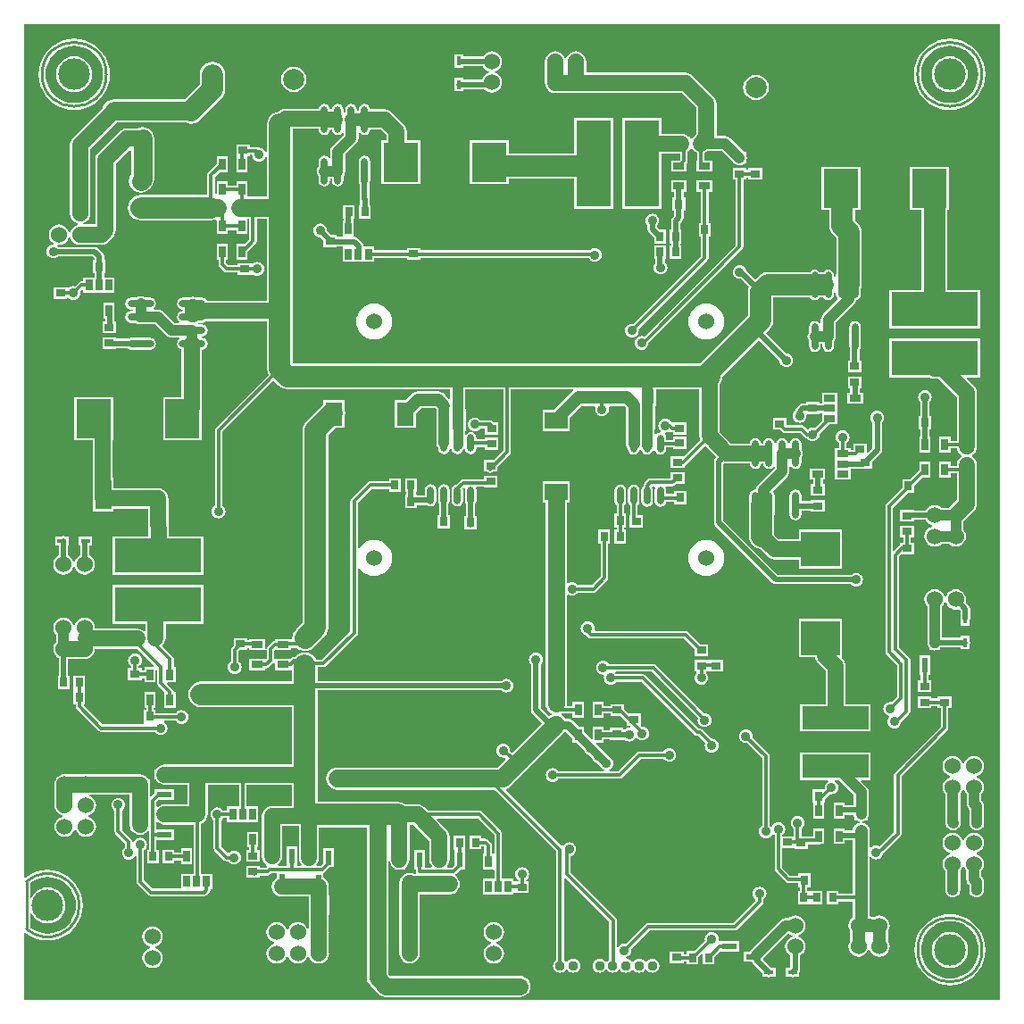
<source format=gbr>
%TF.GenerationSoftware,Altium Limited,Altium Designer,18.1.7 (191)*%
G04 Layer_Physical_Order=1*
G04 Layer_Color=255*
%FSLAX43Y43*%
%MOMM*%
%TF.FileFunction,Copper,L1,Top,Signal*%
%TF.Part,Single*%
G01*
G75*
%TA.AperFunction,NonConductor*%
%ADD10C,0.254*%
%TA.AperFunction,SMDPad,CuDef*%
%ADD11R,0.900X0.700*%
%ADD12R,4.000X1.750*%
%ADD13O,0.700X1.700*%
%ADD14R,0.600X1.450*%
%ADD15R,0.650X1.100*%
%ADD16R,1.100X1.400*%
%ADD17R,1.950X1.900*%
%ADD18R,1.450X0.600*%
%ADD19R,0.700X0.900*%
%ADD20R,0.900X0.800*%
%ADD21R,0.800X0.900*%
%ADD22O,0.700X2.500*%
%ADD23O,2.500X0.700*%
%ADD24R,1.100X0.650*%
%ADD25R,3.700X3.300*%
%ADD26R,3.300X8.200*%
%ADD27R,8.200X3.300*%
%ADD28R,1.100X2.600*%
%ADD29R,1.400X1.100*%
%ADD30R,1.500X2.800*%
%ADD31R,2.800X1.500*%
%ADD32R,6.300X2.200*%
%ADD33R,1.600X2.200*%
%ADD34R,2.200X1.600*%
%ADD35R,3.300X3.700*%
%ADD36R,0.850X0.450*%
%ADD37R,0.450X0.850*%
%ADD38R,1.100X1.700*%
%ADD39R,1.700X1.100*%
G04:AMPARAMS|DCode=40|XSize=1.7mm|YSize=1.1mm|CornerRadius=0mm|HoleSize=0mm|Usage=FLASHONLY|Rotation=45.000|XOffset=0mm|YOffset=0mm|HoleType=Round|Shape=Rectangle|*
%AMROTATEDRECTD40*
4,1,4,-0.212,-0.990,-0.990,-0.212,0.212,0.990,0.990,0.212,-0.212,-0.990,0.0*
%
%ADD40ROTATEDRECTD40*%

%ADD41R,2.600X1.100*%
%TA.AperFunction,Conductor*%
%ADD42C,1.700*%
%ADD43C,1.500*%
%ADD44C,0.300*%
%ADD45C,2.000*%
%ADD46C,0.500*%
%ADD47C,0.305*%
%ADD48C,1.100*%
%ADD49C,1.200*%
%ADD50C,1.000*%
%ADD51C,0.900*%
%ADD52C,1.600*%
%ADD53C,1.800*%
%ADD54C,0.800*%
%TA.AperFunction,ComponentPad*%
%ADD55C,1.524*%
%TA.AperFunction,ViaPad*%
%ADD56C,2.000*%
%ADD57C,3.000*%
%TA.AperFunction,ComponentPad*%
%ADD58C,0.950*%
%ADD59C,0.900*%
%TA.AperFunction,ViaPad*%
%ADD60C,0.900*%
G36*
X19191Y28194D02*
X19600Y28096D01*
X19988Y27936D01*
X20346Y27716D01*
X20666Y27443D01*
X20939Y27124D01*
X21158Y26765D01*
X21319Y26377D01*
X21417Y25969D01*
X21450Y25550D01*
X21417Y25131D01*
X21319Y24723D01*
X21158Y24334D01*
X20939Y23976D01*
X20666Y23657D01*
X20346Y23384D01*
X19988Y23164D01*
X19600Y23004D01*
X19191Y22906D01*
X18773Y22873D01*
X18354Y22906D01*
X17945Y23004D01*
X17557Y23164D01*
X17199Y23384D01*
X17108Y23461D01*
Y24767D01*
X17235Y24799D01*
X17355Y24576D01*
X17567Y24317D01*
X17826Y24105D01*
X18121Y23947D01*
X18442Y23850D01*
X18775Y23817D01*
X19108Y23850D01*
X19429Y23947D01*
X19724Y24105D01*
X19983Y24317D01*
X20195Y24576D01*
X20353Y24871D01*
X20450Y25192D01*
X20483Y25525D01*
X20450Y25858D01*
X20353Y26179D01*
X20195Y26474D01*
X19983Y26733D01*
X19724Y26945D01*
X19429Y27103D01*
X19108Y27200D01*
X18775Y27233D01*
X18442Y27200D01*
X18121Y27103D01*
X17826Y26945D01*
X17567Y26733D01*
X17355Y26474D01*
X17235Y26251D01*
X17108Y26283D01*
Y27639D01*
X17199Y27716D01*
X17557Y27936D01*
X17945Y28096D01*
X18354Y28194D01*
X18773Y28227D01*
X19191Y28194D01*
D02*
G37*
G36*
X109075Y16600D02*
X16575D01*
Y22888D01*
X16690Y22942D01*
X16806Y22843D01*
X17253Y22569D01*
X17739Y22368D01*
X18249Y22245D01*
X18773Y22204D01*
X19296Y22245D01*
X19807Y22368D01*
X20292Y22569D01*
X20739Y22843D01*
X21139Y23184D01*
X21480Y23583D01*
X21754Y24031D01*
X21955Y24516D01*
X22078Y25027D01*
X22119Y25550D01*
X22078Y26073D01*
X21955Y26584D01*
X21754Y27069D01*
X21480Y27517D01*
X21139Y27916D01*
X20739Y28257D01*
X20292Y28531D01*
X19807Y28732D01*
X19296Y28855D01*
X18773Y28896D01*
X18249Y28855D01*
X17739Y28732D01*
X17253Y28531D01*
X16806Y28257D01*
X16690Y28158D01*
X16575Y28212D01*
Y109100D01*
X109075D01*
Y16600D01*
D02*
G37*
%LPC*%
G36*
X60900Y106545D02*
X60649Y106512D01*
X60415Y106415D01*
X60214Y106261D01*
X60060Y106060D01*
X60049Y106034D01*
X58225D01*
Y106250D01*
X57375D01*
Y105000D01*
X58225D01*
Y105116D01*
X60049D01*
X60060Y105090D01*
X60214Y104889D01*
X60415Y104735D01*
X60649Y104638D01*
Y104512D01*
X60415Y104415D01*
X60214Y104261D01*
X60060Y104060D01*
X59966Y103834D01*
X58225D01*
Y104000D01*
X57375D01*
Y103545D01*
X57341Y103375D01*
X57375Y103205D01*
Y102750D01*
X58225D01*
Y102916D01*
X60193D01*
X60214Y102889D01*
X60415Y102735D01*
X60649Y102638D01*
X60900Y102605D01*
X61151Y102638D01*
X61385Y102735D01*
X61586Y102889D01*
X61740Y103090D01*
X61837Y103324D01*
X61870Y103575D01*
X61837Y103826D01*
X61740Y104060D01*
X61586Y104261D01*
X61385Y104415D01*
X61151Y104512D01*
Y104638D01*
X61385Y104735D01*
X61586Y104889D01*
X61740Y105090D01*
X61837Y105324D01*
X61870Y105575D01*
X61837Y105826D01*
X61740Y106060D01*
X61586Y106261D01*
X61385Y106415D01*
X61151Y106512D01*
X60900Y106545D01*
D02*
G37*
G36*
X68900D02*
X68649Y106512D01*
X68415Y106415D01*
X68214Y106261D01*
X68060Y106060D01*
X67963Y105826D01*
X67837D01*
X67740Y106060D01*
X67586Y106261D01*
X67385Y106415D01*
X67151Y106512D01*
X66900Y106545D01*
X66649Y106512D01*
X66415Y106415D01*
X66214Y106261D01*
X66060Y106060D01*
X65963Y105826D01*
X65930Y105575D01*
X65942Y105483D01*
Y103667D01*
X65930Y103575D01*
X65963Y103324D01*
X66060Y103090D01*
X66065Y103082D01*
X66070Y103071D01*
X66222Y102872D01*
X66421Y102720D01*
X66652Y102624D01*
X66900Y102592D01*
X78903D01*
X80292Y101203D01*
Y98722D01*
X80047Y98478D01*
X79922Y98314D01*
X79805Y98291D01*
X79765Y98296D01*
X79725Y98340D01*
Y98450D01*
X79579D01*
X79578Y98453D01*
X79379Y98605D01*
X79148Y98701D01*
X78900Y98733D01*
X77000D01*
Y100200D01*
X73300D01*
Y91600D01*
X77000D01*
Y96817D01*
X78768D01*
Y96273D01*
X78670Y96175D01*
X77900D01*
Y95125D01*
X79400D01*
Y95907D01*
X79455Y95988D01*
X79482Y96125D01*
Y97024D01*
X79578Y97097D01*
X79618Y97150D01*
X79725D01*
Y97290D01*
X79730Y97296D01*
X79754Y97355D01*
X79881D01*
X79895Y97321D01*
X80047Y97122D01*
X80246Y96970D01*
X80368Y96920D01*
Y96175D01*
X80300D01*
Y95125D01*
X81800D01*
Y96175D01*
X81082D01*
Y96920D01*
X81204Y96970D01*
X81365Y97094D01*
X82733D01*
X83750Y96077D01*
Y95875D01*
X83967D01*
X84047Y95814D01*
X84217Y95743D01*
X84400Y95719D01*
X84583Y95743D01*
X84753Y95814D01*
X84833Y95875D01*
X85050D01*
Y96165D01*
X85082Y96242D01*
X85106Y96425D01*
X85082Y96608D01*
X85050Y96685D01*
Y96975D01*
X84848D01*
X83524Y98299D01*
X83378Y98411D01*
X83208Y98482D01*
X83025Y98506D01*
X82208D01*
Y101600D01*
X82176Y101848D01*
X82080Y102079D01*
X81928Y102278D01*
X79978Y104228D01*
X79779Y104380D01*
X79548Y104476D01*
X79300Y104508D01*
X69858D01*
Y105483D01*
X69870Y105575D01*
X69837Y105826D01*
X69740Y106060D01*
X69586Y106261D01*
X69385Y106415D01*
X69151Y106512D01*
X68900Y106545D01*
D02*
G37*
G36*
X42125Y105085D02*
X41812Y105044D01*
X41520Y104923D01*
X41269Y104731D01*
X41077Y104480D01*
X40956Y104188D01*
X40915Y103875D01*
X40956Y103562D01*
X41077Y103270D01*
X41269Y103019D01*
X41520Y102827D01*
X41812Y102706D01*
X42125Y102665D01*
X42438Y102706D01*
X42730Y102827D01*
X42981Y103019D01*
X43173Y103270D01*
X43294Y103562D01*
X43335Y103875D01*
X43294Y104188D01*
X43173Y104480D01*
X42981Y104731D01*
X42730Y104923D01*
X42438Y105044D01*
X42125Y105085D01*
D02*
G37*
G36*
X85950Y104310D02*
X85637Y104269D01*
X85345Y104148D01*
X85094Y103956D01*
X84902Y103705D01*
X84781Y103413D01*
X84740Y103100D01*
X84781Y102787D01*
X84902Y102495D01*
X85094Y102244D01*
X85345Y102052D01*
X85637Y101931D01*
X85950Y101890D01*
X86263Y101931D01*
X86555Y102052D01*
X86806Y102244D01*
X86998Y102495D01*
X87119Y102787D01*
X87160Y103100D01*
X87119Y103413D01*
X86998Y103705D01*
X86806Y103956D01*
X86555Y104148D01*
X86263Y104269D01*
X85950Y104310D01*
D02*
G37*
G36*
X21300Y107730D02*
X20771Y107689D01*
X20255Y107565D01*
X19765Y107362D01*
X19313Y107085D01*
X18910Y106740D01*
X18565Y106337D01*
X18288Y105885D01*
X18085Y105395D01*
X17961Y104879D01*
X17920Y104350D01*
X17961Y103821D01*
X18085Y103305D01*
X18288Y102815D01*
X18565Y102363D01*
X18910Y101960D01*
X19313Y101615D01*
X19765Y101338D01*
X20255Y101135D01*
X20771Y101011D01*
X21300Y100970D01*
X21829Y101011D01*
X22345Y101135D01*
X22835Y101338D01*
X23287Y101615D01*
X23690Y101960D01*
X24035Y102363D01*
X24312Y102815D01*
X24515Y103305D01*
X24639Y103821D01*
X24680Y104350D01*
X24639Y104879D01*
X24515Y105395D01*
X24312Y105885D01*
X24035Y106337D01*
X23690Y106740D01*
X23287Y107085D01*
X22835Y107362D01*
X22345Y107565D01*
X21829Y107689D01*
X21300Y107730D01*
D02*
G37*
G36*
X104325Y107730D02*
X103796Y107689D01*
X103280Y107565D01*
X102790Y107362D01*
X102338Y107085D01*
X101935Y106740D01*
X101590Y106337D01*
X101313Y105885D01*
X101110Y105395D01*
X100986Y104879D01*
X100945Y104350D01*
X100986Y103821D01*
X101110Y103305D01*
X101313Y102815D01*
X101590Y102363D01*
X101935Y101960D01*
X102338Y101615D01*
X102790Y101338D01*
X103280Y101135D01*
X103796Y101011D01*
X104325Y100970D01*
X104854Y101011D01*
X105370Y101135D01*
X105860Y101338D01*
X106312Y101615D01*
X106715Y101960D01*
X107060Y102363D01*
X107337Y102815D01*
X107540Y103305D01*
X107664Y103821D01*
X107705Y104350D01*
X107664Y104879D01*
X107540Y105395D01*
X107337Y105885D01*
X107060Y106337D01*
X106715Y106740D01*
X106312Y107085D01*
X105860Y107362D01*
X105370Y107565D01*
X104854Y107689D01*
X104325Y107730D01*
D02*
G37*
G36*
X48830Y101536D02*
X48615Y101493D01*
X48433Y101372D01*
X48312Y101190D01*
X48269Y100975D01*
Y100882D01*
X48121D01*
Y100975D01*
X48078Y101190D01*
X47957Y101372D01*
X47775Y101493D01*
X47560Y101536D01*
X47345Y101493D01*
X47163Y101372D01*
X47042Y101190D01*
X46999Y100975D01*
Y100757D01*
X46978Y100742D01*
X46851Y100807D01*
Y100975D01*
X46808Y101190D01*
X46687Y101372D01*
X46505Y101493D01*
X46290Y101536D01*
X46075Y101493D01*
X45893Y101372D01*
X45772Y101190D01*
X45741Y101033D01*
X45569D01*
X45538Y101190D01*
X45417Y101372D01*
X45235Y101493D01*
X45020Y101536D01*
X44805Y101493D01*
X44623Y101372D01*
X44502Y101190D01*
X44486Y101108D01*
X41350D01*
X41102Y101076D01*
X40871Y100980D01*
X40672Y100828D01*
X40633Y100788D01*
X40487Y100769D01*
X40195Y100648D01*
X39944Y100456D01*
X39752Y100205D01*
X39631Y99913D01*
X39590Y99600D01*
Y96895D01*
X39463Y96886D01*
X39458Y96920D01*
X39393Y97078D01*
X39289Y97214D01*
X39153Y97318D01*
X38995Y97383D01*
X38825Y97406D01*
X38729Y97393D01*
X38712Y97405D01*
X38575Y97432D01*
X37975D01*
Y97700D01*
X36675D01*
Y96600D01*
X36675D01*
X36700Y96575D01*
Y95075D01*
X37750D01*
Y96575D01*
X37867Y96600D01*
X37975D01*
Y96718D01*
X38174D01*
X38192Y96580D01*
X38257Y96422D01*
X38361Y96286D01*
X38497Y96182D01*
X38655Y96117D01*
X38825Y96094D01*
X38995Y96117D01*
X39153Y96182D01*
X39289Y96286D01*
X39393Y96422D01*
X39458Y96580D01*
X39463Y96614D01*
X39590Y96605D01*
Y92759D01*
X37750D01*
Y94175D01*
X36700D01*
Y93782D01*
X35850D01*
Y94175D01*
X34800D01*
Y92990D01*
X34673Y92914D01*
X34632Y92936D01*
Y94627D01*
X35080Y95075D01*
X35850D01*
Y96575D01*
X34800D01*
Y95805D01*
X34023Y95027D01*
X33945Y94912D01*
X33918Y94775D01*
Y92910D01*
X27600D01*
X27287Y92869D01*
X26995Y92748D01*
X26744Y92556D01*
X26552Y92305D01*
X26431Y92013D01*
X26390Y91700D01*
X26431Y91387D01*
X26552Y91095D01*
X26744Y90844D01*
X26995Y90652D01*
X27287Y90531D01*
X27600Y90490D01*
X34275D01*
X34588Y90531D01*
X34694Y90575D01*
X34800Y90504D01*
Y89200D01*
X35850D01*
Y89593D01*
X36700D01*
Y89200D01*
X37750D01*
Y90641D01*
X37893D01*
Y88673D01*
X37520Y88300D01*
X36700D01*
Y86800D01*
X37750D01*
Y87520D01*
X38502Y88273D01*
X38580Y88388D01*
X38607Y88525D01*
Y90641D01*
X39590D01*
Y82858D01*
X33892D01*
X33797Y83002D01*
X33615Y83123D01*
X33400Y83166D01*
X32952D01*
X32808Y83226D01*
X32560Y83258D01*
X32312Y83226D01*
X32168Y83166D01*
X31600D01*
X31385Y83123D01*
X31203Y83002D01*
X31082Y82820D01*
X31039Y82605D01*
X31082Y82390D01*
X31203Y82208D01*
X31385Y82087D01*
X31600Y82044D01*
X31602D01*
Y81896D01*
X31600D01*
X31385Y81853D01*
X31203Y81732D01*
X31082Y81550D01*
X31039Y81335D01*
X31082Y81120D01*
X31203Y80938D01*
X31249Y80908D01*
X31210Y80781D01*
X30817D01*
X29764Y81834D01*
X29618Y81946D01*
X29448Y82017D01*
X29265Y82041D01*
X28875D01*
X28836Y82168D01*
X28897Y82208D01*
X29018Y82390D01*
X29061Y82605D01*
X29018Y82820D01*
X28897Y83002D01*
X28715Y83123D01*
X28500Y83166D01*
X28049D01*
X27963Y83231D01*
X27793Y83302D01*
X27610Y83326D01*
X27427Y83302D01*
X27257Y83231D01*
X27171Y83166D01*
X26700D01*
X26485Y83123D01*
X26303Y83002D01*
X26182Y82820D01*
X26139Y82605D01*
X26182Y82390D01*
X26303Y82208D01*
X26485Y82087D01*
X26700Y82044D01*
X26904D01*
Y81896D01*
X26700D01*
X26485Y81853D01*
X26303Y81732D01*
X26182Y81550D01*
X26139Y81335D01*
X26182Y81120D01*
X26303Y80938D01*
X26485Y80817D01*
X26700Y80774D01*
X27106D01*
X27172Y80724D01*
X27342Y80653D01*
X27525Y80629D01*
X28973D01*
X30026Y79576D01*
X30172Y79464D01*
X30342Y79393D01*
X30525Y79369D01*
X31240D01*
X31279Y79242D01*
X31203Y79192D01*
X31082Y79010D01*
X31039Y78795D01*
X31082Y78580D01*
X31203Y78398D01*
X31385Y78277D01*
X31467Y78261D01*
Y73725D01*
X29725D01*
Y69625D01*
X33425D01*
Y73725D01*
X33383D01*
Y78234D01*
X33400D01*
X33615Y78277D01*
X33797Y78398D01*
X33918Y78580D01*
X33961Y78795D01*
X33918Y79010D01*
X33797Y79192D01*
X33615Y79313D01*
X33400Y79356D01*
X33307D01*
X33293Y79377D01*
X33364Y79504D01*
X33400D01*
X33615Y79547D01*
X33797Y79668D01*
X33918Y79850D01*
X33961Y80065D01*
X33918Y80280D01*
X33797Y80462D01*
X33615Y80583D01*
X33400Y80626D01*
X33096D01*
X33042Y80753D01*
X33062Y80774D01*
X33400D01*
X33615Y80817D01*
X33797Y80938D01*
X33799Y80942D01*
X39590D01*
Y76425D01*
X39631Y76112D01*
X39734Y75863D01*
X34748Y70877D01*
X34670Y70762D01*
X34643Y70625D01*
Y63445D01*
X34536Y63364D01*
X34432Y63228D01*
X34367Y63070D01*
X34344Y62900D01*
X34367Y62730D01*
X34432Y62572D01*
X34536Y62436D01*
X34672Y62332D01*
X34830Y62267D01*
X35000Y62244D01*
X35170Y62267D01*
X35328Y62332D01*
X35464Y62436D01*
X35568Y62572D01*
X35633Y62730D01*
X35656Y62900D01*
X35633Y63070D01*
X35568Y63228D01*
X35464Y63364D01*
X35357Y63445D01*
Y70477D01*
X40196Y75317D01*
X40669Y74844D01*
X40920Y74652D01*
X41212Y74531D01*
X41525Y74490D01*
X56969D01*
Y73580D01*
X56842Y73528D01*
X56547Y73823D01*
X56524Y73878D01*
X56396Y74046D01*
X56228Y74174D01*
X56034Y74254D01*
X55825Y74282D01*
X53850D01*
X53641Y74254D01*
X53447Y74174D01*
X53279Y74046D01*
X52684Y73450D01*
X51725D01*
Y70850D01*
X53725D01*
Y72209D01*
X54184Y72668D01*
X55562D01*
X55656Y72574D01*
Y69365D01*
X55680Y69183D01*
X55751Y69012D01*
X55801Y68946D01*
Y68865D01*
X55844Y68651D01*
X55965Y68469D01*
X56147Y68347D01*
X56362Y68305D01*
X56577Y68347D01*
X56759Y68469D01*
X56880Y68651D01*
X56919Y68846D01*
X56978Y68874D01*
X57081Y68815D01*
X57114Y68651D01*
X57235Y68469D01*
X57417Y68347D01*
X57632Y68305D01*
X57847Y68347D01*
X58029Y68469D01*
X58150Y68651D01*
X58179Y68798D01*
X58218Y68849D01*
X58342Y68826D01*
X58350Y68822D01*
X58384Y68651D01*
X58505Y68469D01*
X58687Y68347D01*
X58902Y68305D01*
X59117Y68347D01*
X59299Y68469D01*
X59420Y68651D01*
X59463Y68865D01*
Y69009D01*
X60225D01*
Y68750D01*
X61525D01*
Y69950D01*
X60225D01*
Y69722D01*
X59463D01*
Y69865D01*
X59420Y70080D01*
X59299Y70262D01*
X59117Y70383D01*
X58902Y70426D01*
X58687Y70383D01*
X58505Y70262D01*
X58458Y70190D01*
X58331Y70229D01*
Y70500D01*
X58462D01*
Y72600D01*
X58381D01*
Y74490D01*
X61993D01*
Y68673D01*
X61095Y67775D01*
X60150D01*
Y66675D01*
X60454D01*
X60473Y66648D01*
X60588Y66570D01*
X60725Y66543D01*
X60862Y66570D01*
X60977Y66648D01*
X61005Y66675D01*
X61450D01*
Y67120D01*
X62602Y68273D01*
X62680Y68388D01*
X62707Y68525D01*
Y74490D01*
X68599D01*
X68642Y74363D01*
X68554Y74296D01*
X66784Y72525D01*
X65700D01*
Y70525D01*
X68300D01*
Y71759D01*
X69459Y72918D01*
X70651D01*
X70736Y72791D01*
X70717Y72745D01*
X70694Y72575D01*
X70717Y72405D01*
X70782Y72247D01*
X70886Y72111D01*
X71022Y72007D01*
X71180Y71942D01*
X71350Y71919D01*
X71520Y71942D01*
X71678Y72007D01*
X71814Y72111D01*
X71918Y72247D01*
X71983Y72405D01*
X72006Y72575D01*
X71983Y72745D01*
X71964Y72791D01*
X72049Y72918D01*
X73437D01*
X73606Y72750D01*
Y69340D01*
X73631Y69145D01*
X73707Y68962D01*
X73802Y68839D01*
X73844Y68626D01*
X73965Y68444D01*
X74147Y68322D01*
X74362Y68280D01*
X74577Y68322D01*
X74759Y68444D01*
X74880Y68626D01*
X74903Y68740D01*
X74957Y68762D01*
X75037Y68765D01*
X75103Y68680D01*
X75114Y68626D01*
X75235Y68444D01*
X75417Y68322D01*
X75632Y68280D01*
X75847Y68322D01*
X76029Y68444D01*
X76150Y68626D01*
X76161Y68680D01*
X76227Y68765D01*
X76307Y68762D01*
X76361Y68740D01*
X76384Y68626D01*
X76505Y68444D01*
X76687Y68322D01*
X76902Y68280D01*
X77117Y68322D01*
X77299Y68444D01*
X77420Y68626D01*
X77463Y68840D01*
Y68984D01*
X78075D01*
Y68775D01*
X79375D01*
Y69975D01*
X78075D01*
Y69697D01*
X77463D01*
Y69840D01*
X77420Y70055D01*
X77299Y70237D01*
X77278Y70251D01*
X77324Y70373D01*
X77350Y70369D01*
X77520Y70392D01*
X77678Y70457D01*
X77756Y70517D01*
X77863Y70445D01*
X78000Y70418D01*
X78075D01*
Y70175D01*
X79375D01*
Y71375D01*
X78075D01*
Y71375D01*
X77956Y71355D01*
X77918Y71353D01*
X77814Y71489D01*
X77678Y71593D01*
X77520Y71658D01*
X77350Y71681D01*
X77180Y71658D01*
X77022Y71593D01*
X76886Y71489D01*
X76782Y71353D01*
X76717Y71195D01*
X76694Y71025D01*
X76717Y70855D01*
X76782Y70697D01*
X76886Y70561D01*
X76935Y70524D01*
X76912Y70439D01*
X76890Y70399D01*
X76687Y70358D01*
X76505Y70237D01*
X76465Y70176D01*
X76338Y70215D01*
Y70675D01*
X76425D01*
Y72775D01*
X76425D01*
X76430Y72900D01*
X76500D01*
Y74490D01*
X80592D01*
Y70050D01*
X80624Y69802D01*
X80675Y69680D01*
X79120Y68125D01*
X77875D01*
Y67025D01*
X79175D01*
Y67204D01*
X79277Y67273D01*
X81125Y69120D01*
X82198Y68047D01*
X82101Y67949D01*
X82001Y67801D01*
X81966Y67625D01*
Y61850D01*
X82001Y61674D01*
X82101Y61526D01*
X87501Y56126D01*
X87649Y56026D01*
X87825Y55991D01*
X94964D01*
X94986Y55961D01*
X95122Y55857D01*
X95280Y55792D01*
X95450Y55769D01*
X95620Y55792D01*
X95778Y55857D01*
X95914Y55961D01*
X96018Y56097D01*
X96083Y56255D01*
X96106Y56425D01*
X96083Y56595D01*
X96018Y56753D01*
X95914Y56889D01*
X95778Y56993D01*
X95620Y57058D01*
X95450Y57081D01*
X95280Y57058D01*
X95122Y56993D01*
X95013Y56909D01*
X88015D01*
X82884Y62040D01*
Y67365D01*
X82900Y67391D01*
X82936Y67420D01*
X83050Y67450D01*
X83175Y67445D01*
X83200Y67442D01*
X85346D01*
X85377Y67285D01*
X85498Y67103D01*
X85680Y66982D01*
X85895Y66939D01*
X86110Y66982D01*
X86292Y67103D01*
X86413Y67285D01*
X86444Y67442D01*
X86616D01*
X86647Y67285D01*
X86768Y67103D01*
X86950Y66982D01*
X87165Y66939D01*
X87380Y66982D01*
X87562Y67103D01*
X87602Y67164D01*
X87729Y67125D01*
Y67002D01*
X86126Y65399D01*
X86014Y65253D01*
X85943Y65083D01*
X85930Y64986D01*
X85895Y64961D01*
X85680Y64918D01*
X85498Y64797D01*
X85377Y64615D01*
X85334Y64400D01*
Y63882D01*
X85306Y63813D01*
X85265Y63500D01*
Y62763D01*
Y60550D01*
X85306Y60237D01*
X85427Y59945D01*
X85619Y59694D01*
X85870Y59502D01*
X86162Y59381D01*
X86308Y59362D01*
X87047Y58622D01*
X87246Y58470D01*
X87477Y58374D01*
X87725Y58342D01*
X90025D01*
Y57450D01*
X94125D01*
Y61150D01*
X90025D01*
Y60258D01*
X88122D01*
X87685Y60695D01*
Y62397D01*
X87726Y62600D01*
Y64400D01*
X87683Y64615D01*
X87562Y64797D01*
X87558Y64834D01*
X88934Y66211D01*
X89046Y66357D01*
X89117Y66527D01*
X89141Y66710D01*
Y67125D01*
X89268Y67164D01*
X89308Y67103D01*
X89490Y66982D01*
X89705Y66939D01*
X89920Y66982D01*
X90102Y67103D01*
X90223Y67285D01*
X90266Y67500D01*
Y67981D01*
X90316Y68047D01*
X90387Y68217D01*
X90411Y68400D01*
X90387Y68583D01*
X90316Y68753D01*
X90266Y68819D01*
Y69300D01*
X90223Y69515D01*
X90102Y69697D01*
X89920Y69818D01*
X89705Y69861D01*
X89490Y69818D01*
X89308Y69697D01*
X89187Y69515D01*
X89144Y69300D01*
Y69106D01*
X88996D01*
Y69300D01*
X88953Y69515D01*
X88832Y69697D01*
X88650Y69818D01*
X88435Y69861D01*
X88220Y69818D01*
X88038Y69697D01*
X87917Y69515D01*
X87874Y69300D01*
Y68918D01*
X87853Y68903D01*
X87726Y68968D01*
Y69300D01*
X87683Y69515D01*
X87562Y69697D01*
X87380Y69818D01*
X87165Y69861D01*
X86950Y69818D01*
X86768Y69697D01*
X86647Y69515D01*
X86616Y69358D01*
X86444D01*
X86413Y69515D01*
X86292Y69697D01*
X86110Y69818D01*
X85895Y69861D01*
X85680Y69818D01*
X85498Y69697D01*
X85377Y69515D01*
X85346Y69358D01*
X83597D01*
X82508Y70447D01*
Y74978D01*
X82598Y75095D01*
X82719Y75387D01*
X82753Y75641D01*
X86256Y79145D01*
X88170Y77231D01*
X88169Y77225D01*
X88192Y77055D01*
X88257Y76897D01*
X88361Y76761D01*
X88497Y76657D01*
X88655Y76592D01*
X88825Y76569D01*
X88995Y76592D01*
X89153Y76657D01*
X89289Y76761D01*
X89393Y76897D01*
X89458Y77055D01*
X89481Y77225D01*
X89458Y77395D01*
X89393Y77553D01*
X89289Y77689D01*
X89153Y77793D01*
X88995Y77858D01*
X88825Y77881D01*
X88819Y77880D01*
X86905Y79794D01*
X87256Y80144D01*
X87448Y80395D01*
X87569Y80687D01*
X87610Y81000D01*
Y83190D01*
X91091D01*
X91148Y83103D01*
X91330Y82982D01*
X91545Y82939D01*
X91760Y82982D01*
X91942Y83103D01*
X91999Y83190D01*
X92350D01*
X92360Y83191D01*
X92418Y83103D01*
X92600Y82982D01*
X92815Y82939D01*
X93030Y82982D01*
X93212Y83103D01*
X93333Y83285D01*
X93376Y83500D01*
Y83670D01*
X93397Y83687D01*
X93524Y83628D01*
Y83500D01*
X93567Y83285D01*
X93688Y83103D01*
X93699Y82997D01*
X92316Y81614D01*
X92204Y81468D01*
X92133Y81298D01*
X92109Y81115D01*
Y80775D01*
X91982Y80736D01*
X91942Y80797D01*
X91760Y80918D01*
X91545Y80961D01*
X91330Y80918D01*
X91148Y80797D01*
X91027Y80615D01*
X90984Y80400D01*
Y79919D01*
X90934Y79853D01*
X90863Y79683D01*
X90839Y79500D01*
X90863Y79317D01*
X90934Y79147D01*
X90984Y79081D01*
Y78600D01*
X91027Y78385D01*
X91148Y78203D01*
X91330Y78082D01*
X91545Y78039D01*
X91760Y78082D01*
X91942Y78203D01*
X92063Y78385D01*
X92106Y78600D01*
Y78794D01*
X92254D01*
Y78600D01*
X92297Y78385D01*
X92418Y78203D01*
X92600Y78082D01*
X92815Y78039D01*
X93030Y78082D01*
X93212Y78203D01*
X93333Y78385D01*
X93376Y78600D01*
Y79081D01*
X93426Y79147D01*
X93497Y79317D01*
X93521Y79500D01*
Y80823D01*
X95274Y82576D01*
X95386Y82722D01*
X95457Y82892D01*
X95466Y82961D01*
X95570Y82982D01*
X95752Y83103D01*
X95873Y83285D01*
X95916Y83500D01*
Y84018D01*
X95944Y84087D01*
X95985Y84400D01*
Y89350D01*
X95944Y89663D01*
X95823Y89955D01*
X95631Y90206D01*
X95335Y90501D01*
Y91475D01*
X95875D01*
Y95575D01*
X92175D01*
Y91475D01*
X92915D01*
Y90000D01*
X92956Y89687D01*
X93077Y89395D01*
X93269Y89144D01*
X93565Y88849D01*
Y85503D01*
X93524Y85300D01*
Y85172D01*
X93397Y85113D01*
X93376Y85130D01*
Y85300D01*
X93333Y85515D01*
X93212Y85697D01*
X93030Y85818D01*
X92815Y85861D01*
X92600Y85818D01*
X92418Y85697D01*
X92360Y85609D01*
X92350Y85610D01*
X91999D01*
X91942Y85697D01*
X91760Y85818D01*
X91545Y85861D01*
X91330Y85818D01*
X91148Y85697D01*
X91091Y85610D01*
X87075D01*
X86762Y85569D01*
X86470Y85448D01*
X86219Y85256D01*
X85869Y84905D01*
X85038Y85736D01*
X85033Y85770D01*
X84968Y85928D01*
X84864Y86064D01*
X84728Y86168D01*
X84570Y86233D01*
X84400Y86256D01*
X84230Y86233D01*
X84072Y86168D01*
X83936Y86064D01*
X83832Y85928D01*
X83767Y85770D01*
X83744Y85600D01*
X83767Y85430D01*
X83832Y85272D01*
X83936Y85136D01*
X84072Y85032D01*
X84230Y84967D01*
X84400Y84944D01*
X84516Y84960D01*
X85292Y84185D01*
X85231Y84038D01*
X85190Y83725D01*
Y81501D01*
X84869Y81181D01*
X80694Y77006D01*
X80621Y76910D01*
X42026D01*
X42010Y76926D01*
Y99192D01*
X44459D01*
Y99175D01*
X44502Y98960D01*
X44623Y98778D01*
X44805Y98657D01*
X45020Y98614D01*
X45235Y98657D01*
X45417Y98778D01*
X45538Y98960D01*
X45569Y99117D01*
X45741D01*
X45772Y98960D01*
X45893Y98778D01*
X46075Y98657D01*
X46290Y98614D01*
X46505Y98657D01*
X46687Y98778D01*
X46727Y98839D01*
X46854Y98800D01*
Y98602D01*
X45791Y97539D01*
X45679Y97393D01*
X45608Y97223D01*
X45584Y97040D01*
Y96450D01*
X45457Y96411D01*
X45417Y96472D01*
X45235Y96593D01*
X45020Y96636D01*
X44805Y96593D01*
X44623Y96472D01*
X44502Y96290D01*
X44459Y96075D01*
Y95594D01*
X44409Y95528D01*
X44338Y95358D01*
X44314Y95175D01*
X44338Y94992D01*
X44409Y94822D01*
X44459Y94756D01*
Y94275D01*
X44502Y94060D01*
X44623Y93878D01*
X44805Y93757D01*
X45020Y93714D01*
X45235Y93757D01*
X45417Y93878D01*
X45538Y94060D01*
X45581Y94275D01*
Y94469D01*
X45729D01*
Y94275D01*
X45772Y94060D01*
X45893Y93878D01*
X46075Y93757D01*
X46290Y93714D01*
X46505Y93757D01*
X46687Y93878D01*
X46808Y94060D01*
X46851Y94275D01*
Y94756D01*
X46901Y94822D01*
X46972Y94992D01*
X46996Y95175D01*
Y96748D01*
X48059Y97811D01*
X48171Y97957D01*
X48242Y98127D01*
X48266Y98310D01*
Y98800D01*
X48393Y98839D01*
X48433Y98778D01*
X48615Y98657D01*
X48830Y98614D01*
X49045Y98657D01*
X49227Y98778D01*
X49348Y98960D01*
X49379Y99117D01*
X50378D01*
X50917Y98578D01*
Y98075D01*
X50400D01*
Y93975D01*
X54100D01*
Y98075D01*
X52833D01*
Y98975D01*
X52801Y99223D01*
X52705Y99454D01*
X52553Y99653D01*
X51453Y100753D01*
X51254Y100905D01*
X51023Y101001D01*
X50775Y101033D01*
X49379D01*
X49348Y101190D01*
X49227Y101372D01*
X49045Y101493D01*
X48830Y101536D01*
D02*
G37*
G36*
X34400Y105535D02*
X34087Y105494D01*
X33795Y105373D01*
X33544Y105181D01*
X33352Y104930D01*
X33231Y104638D01*
X33190Y104325D01*
Y103401D01*
X31773Y101984D01*
X25075D01*
X24788Y101947D01*
X24520Y101836D01*
X24290Y101660D01*
X24114Y101430D01*
X24003Y101162D01*
X24003Y101158D01*
X21172Y98328D01*
X21020Y98129D01*
X20924Y97898D01*
X20892Y97650D01*
Y91242D01*
X20880Y91150D01*
X20913Y90899D01*
X21010Y90665D01*
X21164Y90464D01*
X21365Y90310D01*
X21599Y90213D01*
Y90087D01*
X21365Y89990D01*
X21164Y89836D01*
X21010Y89635D01*
X20913Y89401D01*
X20787D01*
X20690Y89635D01*
X20536Y89836D01*
X20335Y89990D01*
X20101Y90087D01*
X19850Y90120D01*
X19599Y90087D01*
X19365Y89990D01*
X19164Y89836D01*
X19010Y89635D01*
X18913Y89401D01*
X18880Y89150D01*
X18913Y88899D01*
X19010Y88665D01*
X19164Y88464D01*
X19338Y88330D01*
X19331Y88265D01*
X19313Y88217D01*
X19306Y88203D01*
X19155Y88183D01*
X18997Y88118D01*
X18861Y88014D01*
X18757Y87878D01*
X18692Y87720D01*
X18669Y87550D01*
X18692Y87380D01*
X18757Y87222D01*
X18861Y87086D01*
X18997Y86982D01*
X19155Y86917D01*
X19325Y86894D01*
X19495Y86917D01*
X19653Y86982D01*
X19762Y87066D01*
X23085D01*
X23216Y86935D01*
Y86750D01*
X23075D01*
Y85450D01*
X23216D01*
Y85100D01*
X22175D01*
Y84707D01*
X21950D01*
X21813Y84680D01*
X21698Y84602D01*
X21358Y84263D01*
X21225Y84281D01*
X21055Y84258D01*
X20897Y84193D01*
X20777Y84101D01*
X20715Y84115D01*
X20650Y84152D01*
Y84175D01*
X19350D01*
Y83075D01*
X20650D01*
Y83098D01*
X20715Y83135D01*
X20777Y83149D01*
X20897Y83057D01*
X21055Y82992D01*
X21225Y82969D01*
X21395Y82992D01*
X21553Y83057D01*
X21689Y83161D01*
X21793Y83297D01*
X21858Y83455D01*
X21881Y83625D01*
X21863Y83758D01*
X22048Y83943D01*
X22175Y83891D01*
Y83600D01*
X25125D01*
Y85100D01*
X24134D01*
Y85450D01*
X24275D01*
Y86750D01*
X24134D01*
Y87125D01*
X24099Y87301D01*
X23999Y87449D01*
X23599Y87849D01*
X23451Y87949D01*
X23275Y87984D01*
X19811D01*
X19789Y88014D01*
X19716Y88069D01*
X19766Y88191D01*
X19850Y88180D01*
X20101Y88213D01*
X20335Y88310D01*
X20536Y88464D01*
X20690Y88665D01*
X20787Y88899D01*
X20913D01*
X21010Y88665D01*
X21164Y88464D01*
X21365Y88310D01*
X21599Y88213D01*
X21850Y88180D01*
X21942Y88192D01*
X23900D01*
X24148Y88224D01*
X24379Y88320D01*
X24578Y88472D01*
X24953Y88847D01*
X25105Y89046D01*
X25201Y89277D01*
X25233Y89525D01*
Y95878D01*
X26539Y97183D01*
X26666Y97131D01*
Y94829D01*
X26639Y94795D01*
X26528Y94527D01*
X26491Y94240D01*
X26528Y93953D01*
X26639Y93685D01*
X26815Y93455D01*
X27045Y93279D01*
X27313Y93168D01*
X27600Y93131D01*
X27887Y93168D01*
X28155Y93279D01*
X28385Y93455D01*
X28560Y93630D01*
X28736Y93860D01*
X28847Y94128D01*
X28884Y94415D01*
Y98250D01*
X28847Y98537D01*
X28736Y98805D01*
X28560Y99035D01*
X28330Y99211D01*
X28062Y99322D01*
X27775Y99359D01*
X27488Y99322D01*
X27220Y99211D01*
X27217Y99208D01*
X26250D01*
X26002Y99176D01*
X25771Y99080D01*
X25572Y98928D01*
X23597Y96953D01*
X23445Y96754D01*
X23349Y96523D01*
X23317Y96275D01*
Y90108D01*
X22181D01*
X22155Y90235D01*
X22335Y90310D01*
X22536Y90464D01*
X22690Y90665D01*
X22787Y90899D01*
X22820Y91150D01*
X22808Y91242D01*
Y97253D01*
X25321Y99766D01*
X31918D01*
X32062Y99706D01*
X32375Y99665D01*
X32688Y99706D01*
X32980Y99827D01*
X33231Y100019D01*
X35256Y102044D01*
X35448Y102295D01*
X35569Y102587D01*
X35610Y102900D01*
Y104325D01*
X35569Y104638D01*
X35448Y104930D01*
X35256Y105181D01*
X35005Y105373D01*
X34713Y105494D01*
X34400Y105535D01*
D02*
G37*
G36*
X72400Y100200D02*
X68700D01*
Y96860D01*
X62500D01*
Y98075D01*
X58800D01*
Y93975D01*
X62500D01*
Y94440D01*
X68700D01*
Y91600D01*
X72400D01*
Y100200D01*
D02*
G37*
G36*
X85050Y95475D02*
X83750D01*
Y94375D01*
X84043D01*
Y88148D01*
X75364Y79469D01*
X75270Y79508D01*
X75100Y79531D01*
X74930Y79508D01*
X74772Y79443D01*
X74636Y79339D01*
X74532Y79203D01*
X74467Y79045D01*
X74444Y78875D01*
X74467Y78705D01*
X74532Y78547D01*
X74636Y78411D01*
X74772Y78307D01*
X74930Y78242D01*
X75100Y78219D01*
X75270Y78242D01*
X75428Y78307D01*
X75564Y78411D01*
X75668Y78547D01*
X75733Y78705D01*
X75752Y78847D01*
X84652Y87748D01*
X84730Y87863D01*
X84757Y88000D01*
Y94375D01*
X85050D01*
Y94568D01*
X85225D01*
Y94375D01*
X86525D01*
Y95475D01*
X85225D01*
Y95282D01*
X85050D01*
Y95475D01*
D02*
G37*
G36*
X48830Y96636D02*
X48615Y96593D01*
X48433Y96472D01*
X48312Y96290D01*
X48269Y96075D01*
Y94275D01*
X48312Y94060D01*
X48371Y93972D01*
Y92570D01*
X48373Y92560D01*
X48366Y92525D01*
X48391Y92399D01*
Y91950D01*
X48300D01*
Y90650D01*
X49400D01*
Y91950D01*
X49309D01*
Y92500D01*
X49289Y92601D01*
Y93972D01*
X49348Y94060D01*
X49391Y94275D01*
Y96075D01*
X49348Y96290D01*
X49227Y96472D01*
X49045Y96593D01*
X48830Y96636D01*
D02*
G37*
G36*
X47900Y91950D02*
X46800D01*
Y90650D01*
X46841D01*
Y90450D01*
X46775D01*
X46775Y88950D01*
X46655Y88934D01*
X46200D01*
Y89125D01*
X45699D01*
X45280Y89544D01*
X45281Y89550D01*
X45258Y89720D01*
X45193Y89878D01*
X45089Y90014D01*
X44953Y90118D01*
X44795Y90183D01*
X44625Y90206D01*
X44455Y90183D01*
X44297Y90118D01*
X44161Y90014D01*
X44057Y89878D01*
X43992Y89720D01*
X43969Y89550D01*
X43992Y89380D01*
X44057Y89222D01*
X44161Y89086D01*
X44297Y88982D01*
X44455Y88917D01*
X44625Y88894D01*
X44631Y88895D01*
X44900Y88626D01*
Y87925D01*
X46200D01*
Y88016D01*
X46775D01*
Y86550D01*
X49725D01*
Y86943D01*
X52850D01*
Y86775D01*
X54150D01*
Y86943D01*
X70088D01*
X70107Y86897D01*
X70211Y86761D01*
X70347Y86657D01*
X70505Y86592D01*
X70675Y86569D01*
X70845Y86592D01*
X71003Y86657D01*
X71139Y86761D01*
X71243Y86897D01*
X71308Y87055D01*
X71331Y87225D01*
X71308Y87395D01*
X71243Y87553D01*
X71139Y87689D01*
X71003Y87793D01*
X70845Y87858D01*
X70675Y87881D01*
X70505Y87858D01*
X70347Y87793D01*
X70211Y87689D01*
X70187Y87657D01*
X54150D01*
Y87875D01*
X52850D01*
Y87657D01*
X49725D01*
Y88050D01*
X48759D01*
X48724Y88226D01*
X48624Y88374D01*
X48199Y88799D01*
X48051Y88899D01*
X47940Y88921D01*
X47873Y88938D01*
X47825Y89044D01*
Y90450D01*
X47759D01*
Y90650D01*
X47900D01*
Y91950D01*
D02*
G37*
G36*
X76125Y91131D02*
X75955Y91108D01*
X75797Y91043D01*
X75661Y90939D01*
X75557Y90803D01*
X75492Y90645D01*
X75469Y90475D01*
X75492Y90305D01*
X75557Y90147D01*
X75661Y90011D01*
X75666Y90008D01*
Y89675D01*
X75701Y89499D01*
X75801Y89351D01*
X76300Y88851D01*
Y88300D01*
X77400D01*
Y89600D01*
X76849D01*
X76584Y89865D01*
Y90008D01*
X76589Y90011D01*
X76693Y90147D01*
X76758Y90305D01*
X76781Y90475D01*
X76758Y90645D01*
X76693Y90803D01*
X76589Y90939D01*
X76453Y91043D01*
X76295Y91108D01*
X76125Y91131D01*
D02*
G37*
G36*
X79400Y94275D02*
X77900D01*
Y93225D01*
X78191D01*
Y92700D01*
X78050D01*
Y91400D01*
X78191D01*
Y90940D01*
X78026Y90774D01*
X77926Y90626D01*
X77891Y90450D01*
Y89600D01*
X77800D01*
Y88300D01*
X77891D01*
Y88150D01*
X77800D01*
Y86850D01*
X78900D01*
Y88150D01*
X78809D01*
Y88300D01*
X78900D01*
Y89600D01*
X78809D01*
Y90260D01*
X78974Y90426D01*
X79074Y90574D01*
X79109Y90750D01*
Y91400D01*
X79250D01*
Y92700D01*
X79109D01*
Y93225D01*
X79400D01*
Y94275D01*
D02*
G37*
G36*
X77400Y88150D02*
X76300D01*
Y86850D01*
X76391D01*
Y86430D01*
X76332Y86353D01*
X76267Y86195D01*
X76244Y86025D01*
X76267Y85855D01*
X76332Y85697D01*
X76436Y85561D01*
X76572Y85457D01*
X76730Y85392D01*
X76900Y85369D01*
X77070Y85392D01*
X77228Y85457D01*
X77364Y85561D01*
X77468Y85697D01*
X77533Y85855D01*
X77556Y86025D01*
X77533Y86195D01*
X77468Y86353D01*
X77364Y86489D01*
X77309Y86531D01*
Y86850D01*
X77400D01*
Y88150D01*
D02*
G37*
G36*
X35850Y88300D02*
X34800D01*
Y86800D01*
X34968D01*
Y86325D01*
X34995Y86188D01*
X35073Y86073D01*
X35498Y85648D01*
X35613Y85570D01*
X35750Y85543D01*
X36800D01*
Y85325D01*
X38100D01*
Y85373D01*
X38165Y85410D01*
X38227Y85424D01*
X38347Y85332D01*
X38505Y85267D01*
X38675Y85244D01*
X38845Y85267D01*
X39003Y85332D01*
X39139Y85436D01*
X39243Y85572D01*
X39308Y85730D01*
X39331Y85900D01*
X39308Y86070D01*
X39243Y86228D01*
X39139Y86364D01*
X39003Y86468D01*
X38845Y86533D01*
X38675Y86556D01*
X38505Y86533D01*
X38347Y86468D01*
X38227Y86376D01*
X38210Y86380D01*
X38100Y86425D01*
X38100Y86425D01*
X38100Y86425D01*
X36800D01*
Y86257D01*
X35898D01*
X35682Y86473D01*
Y86800D01*
X35850D01*
Y88300D01*
D02*
G37*
G36*
X81800Y94275D02*
X80300D01*
Y93225D01*
X80743D01*
Y90275D01*
X80550D01*
Y88975D01*
X80743D01*
Y87098D01*
X74333Y80688D01*
X74200Y80706D01*
X74030Y80683D01*
X73872Y80618D01*
X73736Y80514D01*
X73632Y80378D01*
X73567Y80220D01*
X73544Y80050D01*
X73567Y79880D01*
X73632Y79722D01*
X73736Y79586D01*
X73872Y79482D01*
X74030Y79417D01*
X74200Y79394D01*
X74370Y79417D01*
X74528Y79482D01*
X74664Y79586D01*
X74768Y79722D01*
X74833Y79880D01*
X74856Y80050D01*
X74838Y80183D01*
X81352Y86698D01*
X81430Y86813D01*
X81457Y86950D01*
Y88975D01*
X81650D01*
Y90275D01*
X81457D01*
Y93225D01*
X81800D01*
Y94275D01*
D02*
G37*
G36*
X104275Y95575D02*
X100575D01*
Y91475D01*
X101665D01*
Y83925D01*
X98600D01*
Y80225D01*
X107200D01*
Y83925D01*
X104085D01*
Y91475D01*
X104275D01*
Y95575D01*
D02*
G37*
G36*
X25125Y82700D02*
X24075D01*
Y81200D01*
X24216D01*
Y80900D01*
X23975D01*
Y79800D01*
X25275D01*
Y80900D01*
X25134D01*
Y81850D01*
X25125Y81894D01*
Y82700D01*
D02*
G37*
G36*
X81250Y82608D02*
X80917Y82575D01*
X80596Y82478D01*
X80301Y82320D01*
X80042Y82108D01*
X79830Y81849D01*
X79672Y81554D01*
X79575Y81233D01*
X79542Y80900D01*
X79575Y80567D01*
X79672Y80246D01*
X79830Y79951D01*
X80042Y79692D01*
X80301Y79480D01*
X80596Y79322D01*
X80917Y79225D01*
X81250Y79192D01*
X81583Y79225D01*
X81904Y79322D01*
X82199Y79480D01*
X82458Y79692D01*
X82670Y79951D01*
X82828Y80246D01*
X82925Y80567D01*
X82958Y80900D01*
X82925Y81233D01*
X82828Y81554D01*
X82670Y81849D01*
X82458Y82108D01*
X82199Y82320D01*
X81904Y82478D01*
X81583Y82575D01*
X81250Y82608D01*
D02*
G37*
G36*
X49750D02*
X49417Y82575D01*
X49096Y82478D01*
X48801Y82320D01*
X48542Y82108D01*
X48330Y81849D01*
X48172Y81554D01*
X48075Y81233D01*
X48042Y80900D01*
X48075Y80567D01*
X48172Y80246D01*
X48330Y79951D01*
X48542Y79692D01*
X48801Y79480D01*
X49096Y79322D01*
X49417Y79225D01*
X49750Y79192D01*
X50083Y79225D01*
X50404Y79322D01*
X50699Y79480D01*
X50958Y79692D01*
X51170Y79951D01*
X51328Y80246D01*
X51425Y80567D01*
X51458Y80900D01*
X51425Y81233D01*
X51328Y81554D01*
X51170Y81849D01*
X50958Y82108D01*
X50699Y82320D01*
X50404Y82478D01*
X50083Y82575D01*
X49750Y82608D01*
D02*
G37*
G36*
X25275Y79400D02*
X23975D01*
Y78300D01*
X25275D01*
Y78351D01*
X26374D01*
X26485Y78277D01*
X26700Y78234D01*
X28500D01*
X28715Y78277D01*
X28897Y78398D01*
X29018Y78580D01*
X29061Y78795D01*
X29018Y79010D01*
X28897Y79192D01*
X28715Y79313D01*
X28500Y79356D01*
X26700D01*
X26485Y79313D01*
X26419Y79269D01*
X25275D01*
Y79400D01*
D02*
G37*
G36*
X95355Y80961D02*
X95140Y80918D01*
X94958Y80797D01*
X94837Y80615D01*
X94794Y80400D01*
Y78600D01*
X94837Y78385D01*
X94866Y78342D01*
Y77200D01*
X94675D01*
Y76100D01*
X95975D01*
Y77200D01*
X95784D01*
Y78252D01*
X95873Y78385D01*
X95916Y78600D01*
Y80400D01*
X95873Y80615D01*
X95752Y80797D01*
X95570Y80918D01*
X95355Y80961D01*
D02*
G37*
G36*
X93700Y74150D02*
X92200D01*
Y73134D01*
X91975D01*
Y73275D01*
X90675D01*
Y73134D01*
X90400D01*
X90224Y73099D01*
X90076Y72999D01*
X89776Y72699D01*
X89676Y72551D01*
X89651Y72425D01*
X89636Y72414D01*
X89532Y72278D01*
X89467Y72120D01*
X89444Y71950D01*
X89467Y71780D01*
X89532Y71622D01*
X89636Y71486D01*
X89772Y71382D01*
X89930Y71317D01*
X90100Y71294D01*
X90270Y71317D01*
X90428Y71382D01*
X90564Y71486D01*
X90668Y71622D01*
X90733Y71780D01*
X90756Y71950D01*
X90752Y71980D01*
X90835Y72075D01*
X91975D01*
Y72216D01*
X92200D01*
Y71480D01*
X91536Y70816D01*
X91495Y70833D01*
X91325Y70856D01*
X91155Y70833D01*
X90997Y70768D01*
X90864Y70666D01*
X90577Y70952D01*
X90462Y71030D01*
X90325Y71057D01*
X88850D01*
Y71750D01*
X87550D01*
Y70650D01*
X88245D01*
X88448Y70448D01*
X88563Y70370D01*
X88700Y70343D01*
X90177D01*
X90573Y69948D01*
X90688Y69870D01*
X90771Y69854D01*
X90861Y69736D01*
X90997Y69632D01*
X91155Y69567D01*
X91325Y69544D01*
X91495Y69567D01*
X91653Y69632D01*
X91789Y69736D01*
X91893Y69872D01*
X91958Y70030D01*
X91981Y70200D01*
X91975Y70245D01*
X92930Y71200D01*
X93700D01*
Y72150D01*
Y73100D01*
Y74150D01*
D02*
G37*
G36*
X95975Y75700D02*
X94675D01*
Y74600D01*
X94891D01*
Y74150D01*
X94600D01*
Y73100D01*
X96100D01*
Y74150D01*
X95809D01*
Y74600D01*
X95975D01*
Y75700D01*
D02*
G37*
G36*
X59275Y71806D02*
X59105Y71783D01*
X58947Y71718D01*
X58811Y71614D01*
X58707Y71478D01*
X58642Y71320D01*
X58619Y71150D01*
X58642Y70980D01*
X58707Y70822D01*
X58811Y70686D01*
X58947Y70582D01*
X59105Y70517D01*
X59275Y70494D01*
X59445Y70517D01*
X59603Y70582D01*
X59739Y70686D01*
X59820Y70793D01*
X60225D01*
Y70150D01*
X61525D01*
Y71350D01*
X61080D01*
X61027Y71402D01*
X60912Y71480D01*
X60775Y71507D01*
X59820D01*
X59739Y71614D01*
X59603Y71718D01*
X59445Y71783D01*
X59275Y71806D01*
D02*
G37*
G36*
X107200Y79325D02*
X98600D01*
Y75625D01*
X102357D01*
X102396Y75595D01*
X102627Y75499D01*
X102875Y75467D01*
X103253D01*
X104992Y73728D01*
Y69607D01*
X104400D01*
Y70000D01*
X103350D01*
Y68500D01*
X104400D01*
Y68893D01*
X105012D01*
X105024Y68802D01*
X105120Y68571D01*
X105272Y68372D01*
X105300Y68351D01*
Y68275D01*
X105399D01*
X105452Y68235D01*
X105463Y68162D01*
X105452Y68090D01*
X105272Y67953D01*
X105120Y67754D01*
X105024Y67523D01*
X104992Y67275D01*
Y67207D01*
X104400D01*
Y67600D01*
X103350D01*
Y66100D01*
X104400D01*
Y66493D01*
X104992D01*
Y63997D01*
X104287Y63293D01*
X104240Y63256D01*
X103560D01*
X103385Y63390D01*
X103151Y63487D01*
X102900Y63520D01*
X102649Y63487D01*
X102415Y63390D01*
X102214Y63236D01*
X102060Y63035D01*
X102049Y63009D01*
X100925D01*
Y63050D01*
X99625D01*
Y61950D01*
X100925D01*
Y62091D01*
X102049D01*
X102060Y62065D01*
X102214Y61864D01*
X102415Y61710D01*
X102649Y61613D01*
Y61487D01*
X102415Y61390D01*
X102214Y61236D01*
X102060Y61035D01*
X101963Y60801D01*
X101930Y60550D01*
X101963Y60299D01*
X102060Y60065D01*
X102214Y59864D01*
X102415Y59710D01*
X102649Y59613D01*
X102900Y59580D01*
X103151Y59613D01*
X103385Y59710D01*
X103560Y59844D01*
X104240D01*
X104415Y59710D01*
X104649Y59613D01*
X104900Y59580D01*
X105151Y59613D01*
X105385Y59710D01*
X105586Y59864D01*
X105740Y60065D01*
X105837Y60299D01*
X105870Y60550D01*
X105837Y60801D01*
X105740Y61035D01*
X105606Y61210D01*
Y61890D01*
X105643Y61937D01*
X106628Y62922D01*
X106780Y63121D01*
X106876Y63352D01*
X106908Y63600D01*
Y67275D01*
X106876Y67523D01*
X106780Y67754D01*
X106628Y67953D01*
X106448Y68090D01*
X106437Y68162D01*
X106448Y68235D01*
X106501Y68275D01*
X106600D01*
Y68351D01*
X106628Y68372D01*
X106780Y68571D01*
X106876Y68802D01*
X106908Y69050D01*
Y74125D01*
X106876Y74373D01*
X106780Y74604D01*
X106628Y74803D01*
X105922Y75508D01*
X105971Y75625D01*
X107200D01*
Y79325D01*
D02*
G37*
G36*
X101975Y74381D02*
X101805Y74358D01*
X101647Y74293D01*
X101511Y74189D01*
X101407Y74053D01*
X101342Y73895D01*
X101319Y73725D01*
X101342Y73555D01*
X101407Y73397D01*
X101511Y73261D01*
X101516Y73258D01*
Y71975D01*
X101375D01*
Y70675D01*
X101516D01*
Y70000D01*
X101450D01*
Y68500D01*
X102500D01*
Y70000D01*
X102434D01*
Y70675D01*
X102575D01*
Y71975D01*
X102434D01*
Y73258D01*
X102439Y73261D01*
X102543Y73397D01*
X102608Y73555D01*
X102631Y73725D01*
X102608Y73895D01*
X102543Y74053D01*
X102439Y74189D01*
X102303Y74293D01*
X102145Y74358D01*
X101975Y74381D01*
D02*
G37*
G36*
X97450Y72456D02*
X97280Y72433D01*
X97122Y72368D01*
X96986Y72264D01*
X96882Y72128D01*
X96817Y71970D01*
X96794Y71800D01*
X96817Y71630D01*
X96882Y71472D01*
X96986Y71336D01*
X96991Y71333D01*
Y68890D01*
X96592Y68491D01*
X96475Y68540D01*
Y69350D01*
X95175D01*
Y68707D01*
X94925D01*
Y68875D01*
X94532D01*
Y69405D01*
X94639Y69486D01*
X94743Y69622D01*
X94808Y69780D01*
X94831Y69950D01*
X94808Y70120D01*
X94743Y70278D01*
X94639Y70414D01*
X94503Y70518D01*
X94345Y70583D01*
X94175Y70606D01*
X94005Y70583D01*
X93847Y70518D01*
X93711Y70414D01*
X93607Y70278D01*
X93542Y70120D01*
X93519Y69950D01*
X93542Y69780D01*
X93607Y69622D01*
X93711Y69486D01*
X93818Y69405D01*
Y68875D01*
X93425D01*
Y67825D01*
Y66875D01*
Y65925D01*
X94925D01*
Y66916D01*
X96125D01*
X96295Y66950D01*
X96975D01*
Y67576D01*
X97774Y68376D01*
X97874Y68524D01*
X97909Y68700D01*
Y71333D01*
X97914Y71336D01*
X98018Y71472D01*
X98083Y71630D01*
X98106Y71800D01*
X98083Y71970D01*
X98018Y72128D01*
X97914Y72264D01*
X97778Y72368D01*
X97620Y72433D01*
X97450Y72456D01*
D02*
G37*
G36*
X61450Y66275D02*
X60150D01*
Y65972D01*
X58165D01*
X58029Y65945D01*
X57913Y65868D01*
X57494Y65449D01*
X57417Y65433D01*
X57235Y65312D01*
X57114Y65130D01*
X57071Y64915D01*
Y63915D01*
X57114Y63701D01*
X57235Y63519D01*
X57417Y63397D01*
X57632Y63355D01*
X57847Y63397D01*
X58029Y63519D01*
X58150Y63701D01*
X58193Y63915D01*
Y64915D01*
X58159Y65087D01*
X58246Y65177D01*
X58272Y65173D01*
X58364Y65031D01*
X58341Y64915D01*
Y63915D01*
X58384Y63701D01*
X58418Y63650D01*
Y62500D01*
X58300D01*
Y61200D01*
X58843D01*
X58877Y61193D01*
X58911Y61200D01*
X59500D01*
Y62500D01*
X59336D01*
Y63575D01*
X59420Y63701D01*
X59463Y63915D01*
Y64915D01*
X59420Y65130D01*
X59409Y65147D01*
X59469Y65259D01*
X60150D01*
Y65175D01*
X61450D01*
Y66275D01*
D02*
G37*
G36*
X46925Y73450D02*
X44925D01*
Y73062D01*
X43319Y71456D01*
X43127Y71205D01*
X43052Y71025D01*
X43025D01*
Y70959D01*
X43006Y70913D01*
X42965Y70600D01*
Y52351D01*
X42344Y51731D01*
X42152Y51480D01*
X42031Y51188D01*
X41990Y50875D01*
X41994Y50840D01*
X41886Y50745D01*
X41825Y50768D01*
Y50800D01*
X40325D01*
Y50627D01*
X40213Y50605D01*
X40098Y50527D01*
X39648Y50077D01*
X39570Y49962D01*
X39552Y49870D01*
X39425Y49882D01*
Y50800D01*
X37925D01*
Y50682D01*
X37725D01*
Y50900D01*
X36425D01*
Y50205D01*
X36273Y50052D01*
X36195Y49937D01*
X36168Y49800D01*
Y48670D01*
X36061Y48589D01*
X35957Y48453D01*
X35892Y48295D01*
X35869Y48125D01*
X35892Y47955D01*
X35957Y47797D01*
X36061Y47661D01*
X36197Y47557D01*
X36355Y47492D01*
X36525Y47469D01*
X36695Y47492D01*
X36853Y47557D01*
X36989Y47661D01*
X37093Y47797D01*
X37158Y47955D01*
X37181Y48125D01*
X37158Y48295D01*
X37093Y48453D01*
X36989Y48589D01*
X36882Y48670D01*
Y49652D01*
X37030Y49800D01*
X37725D01*
Y49968D01*
X37925D01*
Y49750D01*
X39416D01*
X39425Y49750D01*
X39543Y49729D01*
Y48921D01*
X39425Y48900D01*
X39425Y48900D01*
X39425Y48900D01*
X37925D01*
Y47850D01*
X39425D01*
Y48018D01*
X39525D01*
X39662Y48045D01*
X39777Y48123D01*
X40152Y48498D01*
X40198Y48566D01*
X40325Y48527D01*
Y47850D01*
X41825D01*
Y47941D01*
X41838Y47947D01*
X41965Y47867D01*
Y46760D01*
X33325D01*
X33012Y46719D01*
X32720Y46598D01*
X32469Y46406D01*
X32277Y46155D01*
X32156Y45863D01*
X32115Y45550D01*
X32156Y45237D01*
X32277Y44945D01*
X32469Y44694D01*
X32720Y44502D01*
X33012Y44381D01*
X33325Y44340D01*
X41965D01*
Y38908D01*
X29875D01*
X29627Y38876D01*
X29396Y38780D01*
X29197Y38628D01*
X29061Y38450D01*
X28950D01*
Y38199D01*
X28949Y38198D01*
X28917Y37950D01*
X28949Y37702D01*
X28950Y37701D01*
Y37450D01*
X29061D01*
X29197Y37272D01*
X29396Y37120D01*
X29627Y37024D01*
X29875Y36992D01*
X32042D01*
Y35108D01*
X29875D01*
X29627Y35076D01*
X29396Y34980D01*
X29234Y34855D01*
X29107Y34905D01*
Y35327D01*
X29330Y35550D01*
X30800D01*
Y36550D01*
X28950D01*
Y36180D01*
X28610Y35840D01*
X28483Y35892D01*
Y37000D01*
X28451Y37248D01*
X28450Y37249D01*
Y37500D01*
X28339D01*
X28203Y37678D01*
X28004Y37830D01*
X27773Y37926D01*
X27525Y37958D01*
X22661D01*
X22651Y37962D01*
X22400Y37995D01*
X22149Y37962D01*
X22139Y37958D01*
X20661D01*
X20651Y37962D01*
X20400Y37995D01*
X20149Y37962D01*
X19915Y37865D01*
X19714Y37711D01*
X19560Y37510D01*
X19463Y37276D01*
X19430Y37025D01*
X19442Y36933D01*
Y35117D01*
X19430Y35025D01*
X19463Y34774D01*
X19560Y34540D01*
X19714Y34339D01*
X19915Y34185D01*
X20149Y34088D01*
Y33962D01*
X19915Y33865D01*
X19714Y33711D01*
X19560Y33510D01*
X19463Y33276D01*
X19430Y33025D01*
X19463Y32774D01*
X19560Y32540D01*
X19714Y32339D01*
X19915Y32185D01*
X20149Y32088D01*
X20400Y32055D01*
X20651Y32088D01*
X20885Y32185D01*
X21086Y32339D01*
X21240Y32540D01*
X21337Y32774D01*
X21463D01*
X21560Y32540D01*
X21714Y32339D01*
X21915Y32185D01*
X22149Y32088D01*
X22400Y32055D01*
X22651Y32088D01*
X22885Y32185D01*
X23086Y32339D01*
X23240Y32540D01*
X23337Y32774D01*
X23370Y33025D01*
X23337Y33276D01*
X23240Y33510D01*
X23086Y33711D01*
X22885Y33865D01*
X22651Y33962D01*
Y34088D01*
X22885Y34185D01*
X23086Y34339D01*
X23240Y34540D01*
X23337Y34774D01*
X23370Y35025D01*
X23337Y35276D01*
X23240Y35510D01*
X23086Y35711D01*
X22885Y35865D01*
X22766Y35915D01*
X22791Y36042D01*
X26567D01*
Y33200D01*
X26599Y32952D01*
X26600Y32951D01*
Y32700D01*
X26711D01*
X26847Y32522D01*
X27046Y32370D01*
X27277Y32274D01*
X27525Y32242D01*
X27773Y32274D01*
X28004Y32370D01*
X28203Y32522D01*
X28266Y32605D01*
X28393Y32562D01*
Y32250D01*
Y30825D01*
X28200D01*
Y29525D01*
X29300D01*
Y30825D01*
X29107D01*
Y31750D01*
X30800D01*
Y32750D01*
X29107D01*
Y33395D01*
X29234Y33445D01*
X29396Y33320D01*
X29627Y33224D01*
X29875Y33192D01*
X32618D01*
Y28550D01*
X31425D01*
Y27132D01*
X28698D01*
X27907Y27923D01*
Y30755D01*
X28014Y30836D01*
X28118Y30972D01*
X28183Y31130D01*
X28206Y31300D01*
X28183Y31470D01*
X28118Y31628D01*
X28014Y31764D01*
X27878Y31868D01*
X27720Y31933D01*
X27550Y31956D01*
X27380Y31933D01*
X27222Y31868D01*
X27086Y31764D01*
X26982Y31628D01*
X26954Y31561D01*
X26940Y31559D01*
X26826Y31582D01*
X26805Y31687D01*
X26727Y31802D01*
X25832Y32698D01*
Y34530D01*
X25939Y34611D01*
X26043Y34747D01*
X26108Y34905D01*
X26131Y35075D01*
X26108Y35245D01*
X26043Y35403D01*
X25939Y35539D01*
X25803Y35643D01*
X25645Y35708D01*
X25475Y35731D01*
X25305Y35708D01*
X25147Y35643D01*
X25011Y35539D01*
X24907Y35403D01*
X24842Y35245D01*
X24819Y35075D01*
X24842Y34905D01*
X24907Y34747D01*
X25011Y34611D01*
X25118Y34530D01*
Y32550D01*
X25145Y32413D01*
X25223Y32298D01*
X26118Y31402D01*
Y31070D01*
X26011Y30989D01*
X25907Y30853D01*
X25842Y30695D01*
X25819Y30525D01*
X25842Y30355D01*
X25907Y30197D01*
X26011Y30061D01*
X26147Y29957D01*
X26305Y29892D01*
X26475Y29869D01*
X26645Y29892D01*
X26803Y29957D01*
X26939Y30061D01*
X27043Y30197D01*
X27066Y30254D01*
X27193Y30228D01*
Y27775D01*
X27220Y27638D01*
X27298Y27523D01*
X28298Y26523D01*
X28413Y26445D01*
X28550Y26418D01*
X33650D01*
X33787Y26445D01*
X33902Y26523D01*
X34102Y26723D01*
X34180Y26838D01*
X34207Y26975D01*
Y27050D01*
X34375D01*
Y28550D01*
X33332D01*
Y33259D01*
X33479Y33320D01*
X33678Y33472D01*
X33830Y33671D01*
X33926Y33902D01*
X33958Y34150D01*
Y36992D01*
X36918D01*
Y34925D01*
X35800D01*
Y34532D01*
X35420D01*
X35339Y34639D01*
X35203Y34743D01*
X35045Y34808D01*
X34875Y34831D01*
X34705Y34808D01*
X34547Y34743D01*
X34411Y34639D01*
X34307Y34503D01*
X34242Y34345D01*
X34219Y34175D01*
X34242Y34005D01*
X34307Y33847D01*
X34411Y33711D01*
X34518Y33630D01*
Y30975D01*
X34545Y30838D01*
X34623Y30723D01*
X35523Y29823D01*
X35638Y29745D01*
X35775Y29718D01*
X35930D01*
X36011Y29611D01*
X36147Y29507D01*
X36305Y29442D01*
X36475Y29419D01*
X36645Y29442D01*
X36803Y29507D01*
X36939Y29611D01*
X37043Y29747D01*
X37108Y29905D01*
X37131Y30075D01*
X37108Y30245D01*
X37043Y30403D01*
X36939Y30539D01*
X36803Y30643D01*
X36645Y30708D01*
X36475Y30731D01*
X36305Y30708D01*
X36147Y30643D01*
X36011Y30539D01*
X36005Y30530D01*
X35836Y30519D01*
X35232Y31123D01*
Y33630D01*
X35339Y33711D01*
X35420Y33818D01*
X35800D01*
Y33425D01*
X38750D01*
Y34925D01*
X37632D01*
Y36992D01*
X41965D01*
Y34958D01*
X40050D01*
X39802Y34926D01*
X39571Y34830D01*
X39372Y34678D01*
X39220Y34479D01*
X39124Y34248D01*
X39092Y34000D01*
Y30175D01*
X39124Y29927D01*
X39220Y29696D01*
X39372Y29497D01*
X39516Y29388D01*
X39550Y29275D01*
X39563Y29184D01*
X39471Y29082D01*
X38900D01*
Y29275D01*
X37600D01*
Y28175D01*
X38900D01*
Y28368D01*
X39650D01*
X39787Y28395D01*
X39902Y28473D01*
X40010Y28581D01*
X40500D01*
Y28139D01*
X40322Y28003D01*
X40170Y27804D01*
X40074Y27573D01*
X40042Y27325D01*
X40074Y27077D01*
X40170Y26846D01*
X40322Y26647D01*
X40521Y26495D01*
X40752Y26399D01*
X41000Y26367D01*
X43542D01*
Y23306D01*
X43415Y23280D01*
X43340Y23460D01*
X43186Y23661D01*
X42985Y23815D01*
X42751Y23912D01*
X42500Y23945D01*
X42249Y23912D01*
X42015Y23815D01*
X41814Y23661D01*
X41660Y23460D01*
X41563Y23226D01*
X41437D01*
X41340Y23460D01*
X41186Y23661D01*
X40985Y23815D01*
X40751Y23912D01*
X40500Y23945D01*
X40249Y23912D01*
X40015Y23815D01*
X39814Y23661D01*
X39660Y23460D01*
X39563Y23226D01*
X39530Y22975D01*
X39563Y22724D01*
X39660Y22490D01*
X39814Y22289D01*
X40015Y22135D01*
X40249Y22038D01*
Y21912D01*
X40015Y21815D01*
X39814Y21661D01*
X39660Y21460D01*
X39563Y21226D01*
X39530Y20975D01*
X39563Y20724D01*
X39660Y20490D01*
X39814Y20289D01*
X40015Y20135D01*
X40249Y20038D01*
X40500Y20005D01*
X40751Y20038D01*
X40985Y20135D01*
X41186Y20289D01*
X41340Y20490D01*
X41437Y20724D01*
X41563D01*
X41660Y20490D01*
X41814Y20289D01*
X42015Y20135D01*
X42249Y20038D01*
X42500Y20005D01*
X42751Y20038D01*
X42985Y20135D01*
X43186Y20289D01*
X43340Y20490D01*
X43437Y20724D01*
X43563D01*
X43660Y20490D01*
X43814Y20289D01*
X44015Y20135D01*
X44249Y20038D01*
X44500Y20005D01*
X44751Y20038D01*
X44985Y20135D01*
X45186Y20289D01*
X45340Y20490D01*
X45437Y20724D01*
X45470Y20975D01*
X45458Y21067D01*
Y22883D01*
X45470Y22975D01*
X45458Y23067D01*
Y24650D01*
X45475D01*
Y26450D01*
X45458D01*
Y27325D01*
X45426Y27573D01*
X45330Y27804D01*
X45178Y28003D01*
X45178D01*
X44979Y28155D01*
X44950Y28167D01*
Y28604D01*
X45052Y28673D01*
X45530Y29150D01*
X45900D01*
Y31000D01*
X44900D01*
Y29530D01*
X44652Y29282D01*
X44305D01*
X44255Y29409D01*
X44380Y29571D01*
X44476Y29802D01*
X44508Y30050D01*
Y32940D01*
X49066D01*
Y18650D01*
X49101Y18389D01*
X49201Y18146D01*
X49362Y17937D01*
X50162Y17137D01*
X50371Y16976D01*
X50614Y16876D01*
X50875Y16841D01*
X63575D01*
X63836Y16876D01*
X64079Y16976D01*
X64288Y17137D01*
X64449Y17346D01*
X64549Y17589D01*
X64584Y17850D01*
X64549Y18111D01*
X64449Y18354D01*
X64288Y18563D01*
X64079Y18723D01*
X63836Y18824D01*
X63575Y18859D01*
X51293D01*
X51084Y19068D01*
Y29749D01*
X51211Y29757D01*
X51224Y29652D01*
X51320Y29421D01*
X51472Y29222D01*
X51671Y29070D01*
X51675Y29068D01*
Y28975D01*
X51901D01*
X51902Y28974D01*
X52150Y28942D01*
X52398Y28974D01*
X52399Y28975D01*
X52675D01*
Y29105D01*
X52828Y29222D01*
X52980Y29421D01*
X53076Y29652D01*
X53108Y29900D01*
Y33192D01*
X53453D01*
X54992Y31653D01*
Y29900D01*
X55024Y29652D01*
X55120Y29421D01*
X55245Y29259D01*
X55195Y29132D01*
X54575D01*
Y30825D01*
X53575D01*
Y28975D01*
X53693D01*
Y28775D01*
X53720Y28638D01*
X53722Y28635D01*
X53655Y28508D01*
X53571D01*
X53348Y28601D01*
X53100Y28633D01*
X52852Y28601D01*
X52621Y28505D01*
X52422Y28353D01*
X52270Y28154D01*
X52174Y27923D01*
X52142Y27675D01*
Y23092D01*
X52130Y23000D01*
X52142Y22908D01*
Y21092D01*
X52130Y21000D01*
X52163Y20749D01*
X52260Y20515D01*
X52414Y20314D01*
X52615Y20160D01*
X52849Y20063D01*
X53100Y20030D01*
X53351Y20063D01*
X53585Y20160D01*
X53786Y20314D01*
X53940Y20515D01*
X54037Y20749D01*
X54070Y21000D01*
X54058Y21092D01*
Y22908D01*
X54070Y23000D01*
X54058Y23092D01*
Y26592D01*
X56900D01*
X57148Y26624D01*
X57149Y26625D01*
X57400D01*
Y26736D01*
X57578Y26872D01*
X57730Y27071D01*
X57826Y27302D01*
X57858Y27550D01*
X57826Y27798D01*
X57730Y28029D01*
X57578Y28228D01*
X57447Y28328D01*
X57443Y28342D01*
X57451Y28472D01*
X57527Y28523D01*
X57980Y28975D01*
X58350D01*
Y30825D01*
X58400Y30850D01*
Y32150D01*
X57300D01*
Y30850D01*
X57350Y30825D01*
Y29355D01*
X57127Y29132D01*
X56705D01*
X56655Y29259D01*
X56780Y29421D01*
X56876Y29652D01*
X56908Y29900D01*
Y32050D01*
X56876Y32298D01*
X56780Y32529D01*
X56628Y32728D01*
X55679Y33676D01*
X55728Y33793D01*
X59552D01*
X61143Y32202D01*
Y30549D01*
X61075Y30450D01*
X61034Y30450D01*
X60907Y30493D01*
Y31250D01*
X60880Y31387D01*
X60802Y31502D01*
X60552Y31752D01*
X60437Y31830D01*
X60300Y31857D01*
X59900D01*
Y32150D01*
X58800D01*
Y30850D01*
X59900D01*
Y31143D01*
X60152D01*
X60193Y31102D01*
Y30450D01*
X60025D01*
Y28950D01*
X61016D01*
X61075Y28950D01*
X61143Y28851D01*
Y28050D01*
X60025D01*
Y26550D01*
X62975D01*
Y26720D01*
X63100Y26725D01*
Y26725D01*
X64400D01*
Y27825D01*
X64132D01*
Y27955D01*
X64239Y28036D01*
X64343Y28172D01*
X64408Y28330D01*
X64431Y28500D01*
X64408Y28670D01*
X64343Y28828D01*
X64239Y28964D01*
X64103Y29068D01*
X63945Y29133D01*
X63775Y29156D01*
X63605Y29133D01*
X63447Y29068D01*
X63311Y28964D01*
X63207Y28828D01*
X63142Y28670D01*
X63119Y28500D01*
X63142Y28330D01*
X63207Y28172D01*
X63311Y28036D01*
X63418Y27955D01*
Y27825D01*
X63100D01*
Y27825D01*
X62975Y27830D01*
Y28050D01*
X61857D01*
Y32350D01*
X61830Y32487D01*
X61752Y32602D01*
X59952Y34402D01*
X59837Y34480D01*
X59700Y34507D01*
X54848D01*
X54528Y34828D01*
X54329Y34980D01*
X54098Y35076D01*
X53850Y35108D01*
X52722D01*
X52605Y35198D01*
X52313Y35319D01*
X52000Y35360D01*
X44385D01*
Y37500D01*
Y45600D01*
Y45916D01*
X61833D01*
X61836Y45911D01*
X61972Y45807D01*
X62130Y45742D01*
X62300Y45719D01*
X62470Y45742D01*
X62628Y45807D01*
X62764Y45911D01*
X62868Y46047D01*
X62933Y46205D01*
X62956Y46375D01*
X62933Y46545D01*
X62868Y46703D01*
X62764Y46839D01*
X62628Y46943D01*
X62470Y47008D01*
X62300Y47031D01*
X62130Y47008D01*
X61972Y46943D01*
X61836Y46839D01*
X61833Y46834D01*
X44385D01*
Y48118D01*
X44950D01*
X45087Y48145D01*
X45202Y48223D01*
X48102Y51123D01*
X48180Y51238D01*
X48207Y51375D01*
Y57495D01*
X48323Y57546D01*
X48334Y57546D01*
X48542Y57292D01*
X48801Y57080D01*
X49096Y56922D01*
X49417Y56825D01*
X49750Y56792D01*
X50083Y56825D01*
X50404Y56922D01*
X50699Y57080D01*
X50958Y57292D01*
X51170Y57551D01*
X51328Y57846D01*
X51425Y58167D01*
X51458Y58500D01*
X51425Y58833D01*
X51328Y59154D01*
X51170Y59449D01*
X50958Y59708D01*
X50699Y59920D01*
X50404Y60078D01*
X50083Y60175D01*
X49750Y60208D01*
X49417Y60175D01*
X49096Y60078D01*
X48801Y59920D01*
X48542Y59708D01*
X48334Y59454D01*
X48323Y59454D01*
X48207Y59505D01*
Y63727D01*
X49523Y65043D01*
X51175D01*
Y64750D01*
X52275D01*
Y66050D01*
X51175D01*
Y65757D01*
X49375D01*
X49238Y65730D01*
X49123Y65652D01*
X47598Y64127D01*
X47520Y64012D01*
X47493Y63875D01*
Y51523D01*
X44802Y48832D01*
X44264D01*
X44223Y48930D01*
X44031Y49181D01*
X43850Y49320D01*
Y49325D01*
X43843D01*
X43780Y49373D01*
X43488Y49494D01*
X43175Y49535D01*
X42862Y49494D01*
X42570Y49373D01*
X42319Y49181D01*
X42243Y49082D01*
X42150D01*
X42013Y49055D01*
X41898Y48977D01*
X41820Y48900D01*
X40384D01*
X40325Y48900D01*
X40257Y48999D01*
Y49677D01*
X40330Y49750D01*
X41825D01*
Y49968D01*
X42411D01*
X42550Y49861D01*
Y49725D01*
X42841D01*
X42887Y49706D01*
X43200Y49665D01*
X43513Y49706D01*
X43559Y49725D01*
X43850D01*
Y49861D01*
X44056Y50019D01*
X45031Y50994D01*
X45223Y51245D01*
X45344Y51537D01*
X45385Y51850D01*
Y70099D01*
X46137Y70850D01*
X46925D01*
Y71805D01*
X46969Y71912D01*
X47010Y72225D01*
X46969Y72538D01*
X46925Y72645D01*
Y73450D01*
D02*
G37*
G36*
X92525Y66975D02*
X91025D01*
Y65925D01*
X91366D01*
Y65475D01*
X91175D01*
Y64375D01*
X92475D01*
Y65475D01*
X92284D01*
Y65925D01*
X92525D01*
Y66975D01*
D02*
G37*
G36*
X79175Y66625D02*
X77875D01*
Y66007D01*
X75900D01*
X75763Y65980D01*
X75648Y65902D01*
X75380Y65634D01*
X75302Y65519D01*
X75275Y65382D01*
Y65313D01*
X75235Y65287D01*
X75114Y65105D01*
X75071Y64890D01*
Y63890D01*
X75114Y63676D01*
X75235Y63494D01*
X75417Y63372D01*
X75632Y63330D01*
X75847Y63372D01*
X76029Y63494D01*
X76150Y63676D01*
X76193Y63890D01*
Y64890D01*
X76150Y65105D01*
X76109Y65166D01*
X76177Y65293D01*
X76357D01*
X76425Y65166D01*
X76384Y65105D01*
X76341Y64890D01*
Y63890D01*
X76384Y63676D01*
X76505Y63494D01*
X76687Y63372D01*
X76902Y63330D01*
X77117Y63372D01*
X77299Y63494D01*
X77420Y63676D01*
X77451Y63834D01*
X78175D01*
Y63550D01*
X79375D01*
Y64850D01*
X78175D01*
Y64547D01*
X77463D01*
Y64890D01*
X77420Y65105D01*
X77379Y65166D01*
X77447Y65293D01*
X78050D01*
X78187Y65320D01*
X78302Y65398D01*
X78430Y65525D01*
X79175D01*
Y66625D01*
D02*
G37*
G36*
X53775Y66050D02*
X52675D01*
Y64750D01*
X52766D01*
Y64500D01*
X52700D01*
Y63200D01*
X53800D01*
Y63491D01*
X54737D01*
X54877Y63397D01*
X55092Y63355D01*
X55307Y63397D01*
X55489Y63519D01*
X55610Y63701D01*
X55653Y63915D01*
Y64915D01*
X55610Y65130D01*
X55489Y65312D01*
X55307Y65433D01*
X55092Y65476D01*
X54877Y65433D01*
X54695Y65312D01*
X54574Y65130D01*
X54531Y64915D01*
Y64409D01*
X53800D01*
Y64500D01*
X53684D01*
Y64750D01*
X53775D01*
Y66050D01*
D02*
G37*
G36*
X89705Y64961D02*
X89490Y64918D01*
X89308Y64797D01*
X89187Y64615D01*
X89144Y64400D01*
Y62600D01*
X89187Y62385D01*
X89308Y62203D01*
X89490Y62082D01*
X89705Y62039D01*
X89920Y62082D01*
X90102Y62203D01*
X90223Y62385D01*
X90266Y62600D01*
Y62966D01*
X91175D01*
Y62875D01*
X92475D01*
Y63975D01*
X91175D01*
Y63884D01*
X90266D01*
Y64400D01*
X90223Y64615D01*
X90102Y64797D01*
X89920Y64918D01*
X89705Y64961D01*
D02*
G37*
G36*
X74362Y65451D02*
X74147Y65408D01*
X73965Y65287D01*
X73844Y65105D01*
X73801Y64890D01*
Y63890D01*
X73844Y63676D01*
X73965Y63494D01*
X74005Y63467D01*
Y62525D01*
X73950D01*
Y61325D01*
X75250D01*
Y62525D01*
X74719D01*
Y63467D01*
X74759Y63494D01*
X74880Y63676D01*
X74923Y63890D01*
Y64890D01*
X74880Y65105D01*
X74759Y65287D01*
X74577Y65408D01*
X74362Y65451D01*
D02*
G37*
G36*
X56362Y65476D02*
X56147Y65433D01*
X55965Y65312D01*
X55844Y65130D01*
X55801Y64915D01*
Y63915D01*
X55844Y63701D01*
X55878Y63650D01*
Y62575D01*
X55725D01*
Y61275D01*
X56925D01*
Y62575D01*
X56796D01*
Y63575D01*
X56880Y63701D01*
X56923Y63915D01*
Y64915D01*
X56880Y65130D01*
X56759Y65312D01*
X56577Y65433D01*
X56362Y65476D01*
D02*
G37*
G36*
X73092Y65451D02*
X72877Y65408D01*
X72695Y65287D01*
X72574Y65105D01*
X72531Y64890D01*
Y63890D01*
X72574Y63676D01*
X72695Y63494D01*
X72735Y63467D01*
Y62700D01*
X72525D01*
Y61400D01*
X72735D01*
Y61175D01*
X72525D01*
Y59875D01*
X73625D01*
Y61175D01*
X73449D01*
Y61400D01*
X73625D01*
Y62700D01*
X73449D01*
Y63467D01*
X73489Y63494D01*
X73610Y63676D01*
X73653Y63890D01*
Y64890D01*
X73610Y65105D01*
X73489Y65287D01*
X73307Y65408D01*
X73092Y65451D01*
D02*
G37*
G36*
X20275Y60559D02*
X20105Y60525D01*
X19500D01*
Y59675D01*
X19816D01*
Y58726D01*
X19790Y58715D01*
X19589Y58561D01*
X19435Y58360D01*
X19338Y58126D01*
X19305Y57875D01*
X19338Y57624D01*
X19435Y57390D01*
X19589Y57189D01*
X19790Y57035D01*
X20024Y56938D01*
X20275Y56905D01*
X20526Y56938D01*
X20760Y57035D01*
X20961Y57189D01*
X21115Y57390D01*
X21212Y57624D01*
X21338D01*
X21435Y57390D01*
X21589Y57189D01*
X21790Y57035D01*
X22024Y56938D01*
X22275Y56905D01*
X22526Y56938D01*
X22760Y57035D01*
X22961Y57189D01*
X23115Y57390D01*
X23212Y57624D01*
X23245Y57875D01*
X23212Y58126D01*
X23115Y58360D01*
X22961Y58561D01*
X22760Y58715D01*
X22759Y58716D01*
Y59675D01*
X23000D01*
Y60525D01*
X21750D01*
Y59675D01*
X21841D01*
Y58737D01*
X21790Y58715D01*
X21589Y58561D01*
X21435Y58360D01*
X21338Y58126D01*
X21212D01*
X21115Y58360D01*
X20961Y58561D01*
X20760Y58715D01*
X20734Y58726D01*
Y59675D01*
X20750D01*
Y60525D01*
X20445D01*
X20275Y60559D01*
D02*
G37*
G36*
X25025Y73725D02*
X21325D01*
Y69625D01*
X23042D01*
Y64125D01*
X23074Y63877D01*
X23100Y63815D01*
Y62900D01*
X25000D01*
Y63167D01*
X28326D01*
X28349Y60640D01*
X28260Y60550D01*
X24950D01*
Y56850D01*
X33550D01*
Y60550D01*
X30267D01*
X30233Y64134D01*
X30216Y64254D01*
X30201Y64373D01*
X30199Y64377D01*
X30198Y64382D01*
X30151Y64493D01*
X30105Y64604D01*
X30102Y64608D01*
X30100Y64612D01*
X30026Y64707D01*
X29953Y64803D01*
X29949Y64805D01*
X29946Y64809D01*
X29850Y64881D01*
X29754Y64955D01*
X29750Y64957D01*
X29746Y64959D01*
X29635Y65004D01*
X29523Y65051D01*
X29519Y65051D01*
X29514Y65053D01*
X29395Y65067D01*
X29275Y65083D01*
X25000D01*
Y66100D01*
X24958D01*
Y69625D01*
X25025D01*
Y73725D01*
D02*
G37*
G36*
X81250Y60208D02*
X80917Y60175D01*
X80596Y60078D01*
X80301Y59920D01*
X80042Y59708D01*
X79830Y59449D01*
X79672Y59154D01*
X79575Y58833D01*
X79542Y58500D01*
X79575Y58167D01*
X79672Y57846D01*
X79830Y57551D01*
X80042Y57292D01*
X80301Y57080D01*
X80596Y56922D01*
X80917Y56825D01*
X81250Y56792D01*
X81583Y56825D01*
X81904Y56922D01*
X82199Y57080D01*
X82458Y57292D01*
X82670Y57551D01*
X82828Y57846D01*
X82925Y58167D01*
X82958Y58500D01*
X82925Y58833D01*
X82828Y59154D01*
X82670Y59449D01*
X82458Y59708D01*
X82199Y59920D01*
X81904Y60078D01*
X81583Y60175D01*
X81250Y60208D01*
D02*
G37*
G36*
X67000Y65734D02*
X66934Y65725D01*
X65700D01*
Y63725D01*
X65991D01*
Y44650D01*
X66026Y44389D01*
X66127Y44146D01*
X66287Y43937D01*
X66350Y43888D01*
Y43875D01*
X66367D01*
X66496Y43777D01*
X66570Y43746D01*
Y43608D01*
X66470Y43567D01*
X66350Y43475D01*
X66350D01*
X66245Y43529D01*
X65534Y44240D01*
Y48383D01*
X65539Y48386D01*
X65643Y48522D01*
X65708Y48680D01*
X65731Y48850D01*
X65708Y49020D01*
X65643Y49178D01*
X65539Y49314D01*
X65403Y49418D01*
X65245Y49483D01*
X65075Y49506D01*
X64905Y49483D01*
X64747Y49418D01*
X64611Y49314D01*
X64507Y49178D01*
X64442Y49020D01*
X64419Y48850D01*
X64442Y48680D01*
X64507Y48522D01*
X64611Y48386D01*
X64616Y48383D01*
Y44050D01*
X64651Y43874D01*
X64751Y43726D01*
X65664Y42812D01*
X62819Y39967D01*
X62621Y40130D01*
X62631Y40200D01*
X62608Y40370D01*
X62543Y40528D01*
X62439Y40664D01*
X62303Y40768D01*
X62145Y40833D01*
X61975Y40856D01*
X61805Y40833D01*
X61647Y40768D01*
X61511Y40664D01*
X61407Y40528D01*
X61342Y40370D01*
X61319Y40200D01*
X61342Y40030D01*
X61407Y39872D01*
X61511Y39736D01*
X61647Y39632D01*
X61805Y39567D01*
X61975Y39544D01*
X62131Y39565D01*
X62213Y39507D01*
X62216Y39487D01*
X62219Y39366D01*
X61461Y38609D01*
X46250D01*
X45976Y38573D01*
X45720Y38467D01*
X45501Y38299D01*
X45333Y38080D01*
X45227Y37824D01*
X45191Y37550D01*
X45227Y37276D01*
X45333Y37020D01*
X45501Y36801D01*
X45720Y36633D01*
X45976Y36527D01*
X46250Y36491D01*
X61204D01*
X67018Y30677D01*
Y20402D01*
X66894Y20306D01*
X66785Y20165D01*
X66717Y20001D01*
X66694Y19825D01*
X66717Y19649D01*
X66785Y19485D01*
X66894Y19344D01*
X67035Y19235D01*
X67199Y19167D01*
X67375Y19144D01*
X67551Y19167D01*
X67715Y19235D01*
X67856Y19344D01*
X67923Y19431D01*
X67933Y19436D01*
X68067D01*
X68077Y19431D01*
X68144Y19344D01*
X68285Y19235D01*
X68449Y19167D01*
X68625Y19144D01*
X68801Y19167D01*
X68965Y19235D01*
X69106Y19344D01*
X69215Y19485D01*
X69283Y19649D01*
X69306Y19825D01*
X69283Y20001D01*
X69215Y20165D01*
X69106Y20306D01*
X68965Y20415D01*
X68801Y20483D01*
X68625Y20506D01*
X68449Y20483D01*
X68285Y20415D01*
X68144Y20306D01*
X68077Y20219D01*
X68067Y20214D01*
X67933D01*
X67923Y20219D01*
X67856Y20306D01*
X67732Y20402D01*
Y28109D01*
X67859Y28161D01*
X72043Y23977D01*
Y20418D01*
X72035Y20415D01*
X71894Y20306D01*
X71827Y20219D01*
X71817Y20214D01*
X71683D01*
X71673Y20219D01*
X71606Y20306D01*
X71465Y20415D01*
X71301Y20483D01*
X71125Y20506D01*
X70949Y20483D01*
X70785Y20415D01*
X70644Y20306D01*
X70535Y20165D01*
X70467Y20001D01*
X70444Y19825D01*
X70467Y19649D01*
X70535Y19485D01*
X70644Y19344D01*
X70785Y19235D01*
X70949Y19167D01*
X71125Y19144D01*
X71301Y19167D01*
X71465Y19235D01*
X71606Y19344D01*
X71673Y19431D01*
X71683Y19436D01*
X71817D01*
X71827Y19431D01*
X71894Y19344D01*
X72035Y19235D01*
X72199Y19167D01*
X72375Y19144D01*
X72551Y19167D01*
X72715Y19235D01*
X72856Y19344D01*
X72923Y19431D01*
X72933Y19436D01*
X73067D01*
X73077Y19431D01*
X73144Y19344D01*
X73285Y19235D01*
X73449Y19167D01*
X73625Y19144D01*
X73801Y19167D01*
X73965Y19235D01*
X74106Y19344D01*
X74173Y19431D01*
X74183Y19436D01*
X74317D01*
X74327Y19431D01*
X74394Y19344D01*
X74535Y19235D01*
X74699Y19167D01*
X74875Y19144D01*
X75051Y19167D01*
X75215Y19235D01*
X75356Y19344D01*
X75423Y19431D01*
X75433Y19436D01*
X75567D01*
X75577Y19431D01*
X75644Y19344D01*
X75785Y19235D01*
X75949Y19167D01*
X76125Y19144D01*
X76301Y19167D01*
X76465Y19235D01*
X76606Y19344D01*
X76715Y19485D01*
X76783Y19649D01*
X76806Y19825D01*
X76783Y20001D01*
X76715Y20165D01*
X76606Y20306D01*
X76465Y20415D01*
X76301Y20483D01*
X76125Y20506D01*
X75949Y20483D01*
X75785Y20415D01*
X75644Y20306D01*
X75577Y20219D01*
X75567Y20214D01*
X75433D01*
X75423Y20219D01*
X75356Y20306D01*
X75215Y20415D01*
X75051Y20483D01*
X74875Y20506D01*
X74699Y20483D01*
X74535Y20415D01*
X74394Y20306D01*
X74327Y20219D01*
X74317Y20214D01*
X74183D01*
X74173Y20219D01*
X74106Y20306D01*
X73965Y20415D01*
X73801Y20483D01*
X73670Y20500D01*
X73652Y20630D01*
X73778Y20682D01*
X73914Y20786D01*
X74018Y20922D01*
X74083Y21080D01*
X74106Y21250D01*
X74088Y21383D01*
X75873Y23168D01*
X83975D01*
X84112Y23195D01*
X84227Y23273D01*
X86552Y25598D01*
X86630Y25713D01*
X86657Y25850D01*
Y26105D01*
X86764Y26186D01*
X86868Y26322D01*
X86933Y26480D01*
X86956Y26650D01*
X86933Y26820D01*
X86868Y26978D01*
X86764Y27114D01*
X86628Y27218D01*
X86470Y27283D01*
X86300Y27306D01*
X86130Y27283D01*
X85972Y27218D01*
X85836Y27114D01*
X85732Y26978D01*
X85667Y26820D01*
X85644Y26650D01*
X85667Y26480D01*
X85732Y26322D01*
X85836Y26186D01*
X85926Y26118D01*
X85932Y25986D01*
X83827Y23882D01*
X75725D01*
X75588Y23855D01*
X75473Y23777D01*
X73583Y21888D01*
X73450Y21906D01*
X73280Y21883D01*
X73122Y21818D01*
X72986Y21714D01*
X72884Y21580D01*
X72877Y21579D01*
X72757Y21607D01*
Y24125D01*
X72730Y24262D01*
X72652Y24377D01*
X68382Y28648D01*
Y30237D01*
X68420Y30242D01*
X68578Y30307D01*
X68714Y30411D01*
X68818Y30547D01*
X68883Y30705D01*
X68906Y30875D01*
X68883Y31045D01*
X68818Y31203D01*
X68714Y31339D01*
X68578Y31443D01*
X68420Y31508D01*
X68250Y31531D01*
X68080Y31508D01*
X67922Y31443D01*
X67786Y31339D01*
X67682Y31203D01*
X67682Y31202D01*
X67532Y31172D01*
X62257Y36447D01*
X62282Y36572D01*
X62430Y36633D01*
X62649Y36801D01*
X64249Y38401D01*
X64249Y38401D01*
X67749Y41901D01*
X67784Y41947D01*
X67952Y41958D01*
X68575Y41335D01*
Y40950D01*
X68960D01*
X69615Y40295D01*
X69617Y40280D01*
X69682Y40122D01*
X69786Y39986D01*
X69922Y39882D01*
X70080Y39817D01*
X70095Y39815D01*
X70400Y39509D01*
X70457Y39372D01*
X70561Y39236D01*
X70697Y39132D01*
X70834Y39075D01*
X71198Y38712D01*
X71220Y38660D01*
X71324Y38524D01*
X71460Y38420D01*
X71546Y38384D01*
X71521Y38257D01*
X67220D01*
X67139Y38364D01*
X67003Y38468D01*
X66845Y38533D01*
X66675Y38556D01*
X66505Y38533D01*
X66347Y38468D01*
X66211Y38364D01*
X66107Y38228D01*
X66042Y38070D01*
X66019Y37900D01*
X66042Y37730D01*
X66107Y37572D01*
X66211Y37436D01*
X66347Y37332D01*
X66505Y37267D01*
X66675Y37244D01*
X66845Y37267D01*
X67003Y37332D01*
X67139Y37436D01*
X67220Y37543D01*
X73025D01*
X73162Y37570D01*
X73277Y37648D01*
X75048Y39418D01*
X77199D01*
X77261Y39336D01*
X77397Y39232D01*
X77555Y39167D01*
X77725Y39144D01*
X77895Y39167D01*
X78053Y39232D01*
X78189Y39336D01*
X78293Y39472D01*
X78358Y39630D01*
X78381Y39800D01*
X78358Y39970D01*
X78293Y40128D01*
X78189Y40264D01*
X78053Y40368D01*
X77895Y40433D01*
X77725Y40456D01*
X77555Y40433D01*
X77397Y40368D01*
X77261Y40264D01*
X77160Y40132D01*
X74900D01*
X74763Y40105D01*
X74648Y40027D01*
X72877Y38257D01*
X72054D01*
X72029Y38384D01*
X72115Y38420D01*
X72251Y38524D01*
X72355Y38660D01*
X72421Y38818D01*
X72443Y38987D01*
X72421Y39157D01*
X72355Y39315D01*
X72251Y39451D01*
X72115Y39555D01*
X72063Y39577D01*
X71528Y40112D01*
X71489Y40164D01*
X71437Y40203D01*
X70807Y40833D01*
X70856Y40950D01*
X71525D01*
Y41266D01*
X72075D01*
Y41225D01*
X73375D01*
X73375Y41225D01*
X73502Y41249D01*
X73622Y41157D01*
X73780Y41092D01*
X73950Y41069D01*
X74120Y41092D01*
X74278Y41157D01*
X74414Y41261D01*
X74508Y41385D01*
X74547Y41398D01*
X74657Y41400D01*
X74686Y41361D01*
X74822Y41257D01*
X74980Y41192D01*
X75150Y41169D01*
X75320Y41192D01*
X75478Y41257D01*
X75614Y41361D01*
X75718Y41497D01*
X75783Y41655D01*
X75806Y41825D01*
X75783Y41995D01*
X75718Y42153D01*
X75614Y42289D01*
X75478Y42393D01*
X75320Y42458D01*
X75150Y42481D01*
X75127Y42478D01*
X75025Y42580D01*
Y43750D01*
X73855D01*
X73450Y44155D01*
Y44600D01*
X72150D01*
Y44457D01*
X71525D01*
Y44850D01*
X70475D01*
Y43350D01*
X71525D01*
Y43743D01*
X72150D01*
Y43500D01*
X73095D01*
X73725Y42870D01*
Y42550D01*
X74000D01*
X74040Y42497D01*
X73970Y42378D01*
X73950Y42381D01*
X73780Y42358D01*
X73622Y42293D01*
X73502Y42201D01*
X73401Y42224D01*
X73375Y42235D01*
Y42425D01*
X72075D01*
Y42184D01*
X71525D01*
Y42450D01*
X70475D01*
Y41331D01*
X70358Y41282D01*
X69625Y42015D01*
Y42450D01*
X69190D01*
X68558Y43083D01*
X68359Y43215D01*
X68125Y43262D01*
X67854D01*
X67749Y43399D01*
X67650Y43475D01*
Y43475D01*
X67650D01*
X67530Y43567D01*
X67525Y43569D01*
X67493Y43720D01*
X67516Y43743D01*
X68575D01*
Y43350D01*
X69625D01*
Y44850D01*
X68575D01*
Y44457D01*
X68080D01*
X67996Y44552D01*
X68009Y44650D01*
Y54948D01*
X68136Y55010D01*
X68172Y54982D01*
X68330Y54917D01*
X68500Y54894D01*
X68670Y54917D01*
X68828Y54982D01*
X68964Y55086D01*
X69045Y55193D01*
X70525D01*
X70662Y55220D01*
X70777Y55298D01*
X71827Y56348D01*
X71905Y56463D01*
X71932Y56600D01*
Y59875D01*
X72125D01*
Y61175D01*
X71025D01*
Y59875D01*
X71218D01*
Y56748D01*
X70377Y55907D01*
X69045D01*
X68964Y56014D01*
X68828Y56118D01*
X68670Y56183D01*
X68500Y56206D01*
X68330Y56183D01*
X68172Y56118D01*
X68136Y56090D01*
X68009Y56152D01*
Y63725D01*
X68300D01*
Y65725D01*
X67066D01*
X67000Y65734D01*
D02*
G37*
G36*
X104900Y55520D02*
X104649Y55487D01*
X104415Y55390D01*
X104214Y55236D01*
X104060Y55035D01*
X103963Y54801D01*
X103837D01*
X103740Y55035D01*
X103586Y55236D01*
X103385Y55390D01*
X103151Y55487D01*
X102900Y55520D01*
X102649Y55487D01*
X102415Y55390D01*
X102214Y55236D01*
X102060Y55035D01*
X101963Y54801D01*
X101930Y54550D01*
X101963Y54299D01*
X102060Y54065D01*
X102194Y53890D01*
Y50425D01*
X102218Y50242D01*
X102289Y50072D01*
X102400Y49927D01*
Y49725D01*
X102854D01*
X102900Y49719D01*
X102946Y49725D01*
X103400D01*
Y49927D01*
X103449Y49991D01*
X105375D01*
Y49825D01*
X106225D01*
Y50280D01*
X106259Y50450D01*
X106225Y50620D01*
Y51075D01*
X105375D01*
Y50909D01*
X103606D01*
Y53890D01*
X103740Y54065D01*
X103837Y54299D01*
X103963D01*
X104060Y54065D01*
X104214Y53864D01*
X104415Y53710D01*
X104649Y53613D01*
X104900Y53580D01*
X105151Y53613D01*
X105177Y53624D01*
X105341Y53460D01*
Y52700D01*
X105375Y52530D01*
Y52075D01*
X106225D01*
Y52530D01*
X106259Y52700D01*
Y53650D01*
X106224Y53826D01*
X106124Y53974D01*
X105826Y54273D01*
X105837Y54299D01*
X105870Y54550D01*
X105837Y54801D01*
X105740Y55035D01*
X105586Y55236D01*
X105385Y55390D01*
X105151Y55487D01*
X104900Y55520D01*
D02*
G37*
G36*
X33550Y55950D02*
X24950D01*
Y52250D01*
X28067D01*
Y51550D01*
X27916D01*
X27779Y51655D01*
X27548Y51751D01*
X27300Y51783D01*
X23326D01*
X23245Y51875D01*
X23212Y52126D01*
X23115Y52360D01*
X22961Y52561D01*
X22760Y52715D01*
X22526Y52812D01*
X22275Y52845D01*
X22024Y52812D01*
X21790Y52715D01*
X21589Y52561D01*
X21435Y52360D01*
X21338Y52126D01*
X21212D01*
X21115Y52360D01*
X20961Y52561D01*
X20760Y52715D01*
X20526Y52812D01*
X20275Y52845D01*
X20024Y52812D01*
X19790Y52715D01*
X19589Y52561D01*
X19435Y52360D01*
X19338Y52126D01*
X19305Y51875D01*
X19338Y51624D01*
X19435Y51390D01*
X19569Y51215D01*
Y50535D01*
X19435Y50360D01*
X19338Y50126D01*
X19305Y49875D01*
X19338Y49624D01*
X19435Y49390D01*
X19589Y49189D01*
X19790Y49035D01*
X19816Y49024D01*
Y47325D01*
X19725D01*
Y46025D01*
X20825D01*
Y47325D01*
X20734D01*
Y48917D01*
X22183D01*
X22275Y48905D01*
X22526Y48938D01*
X22760Y49035D01*
X22961Y49189D01*
X23115Y49390D01*
X23212Y49624D01*
X23244Y49867D01*
X27279D01*
X28853Y48292D01*
X28804Y48175D01*
X27950D01*
Y47807D01*
X27700D01*
Y48050D01*
X27407D01*
Y48230D01*
X27514Y48311D01*
X27618Y48447D01*
X27683Y48605D01*
X27706Y48775D01*
X27683Y48945D01*
X27618Y49103D01*
X27514Y49239D01*
X27378Y49343D01*
X27220Y49408D01*
X27050Y49431D01*
X26880Y49408D01*
X26722Y49343D01*
X26586Y49239D01*
X26482Y49103D01*
X26417Y48945D01*
X26394Y48775D01*
X26417Y48605D01*
X26482Y48447D01*
X26586Y48311D01*
X26693Y48230D01*
Y48050D01*
X26400D01*
Y46850D01*
X27700D01*
Y47093D01*
X27950D01*
Y46675D01*
X29000D01*
Y47844D01*
X29127Y47912D01*
X29143Y47901D01*
Y46650D01*
X29170Y46513D01*
X29248Y46398D01*
X29778Y45868D01*
X29850Y45775D01*
X29850D01*
X29850Y45775D01*
Y44275D01*
X30900D01*
Y45775D01*
X30732D01*
X30705Y45912D01*
X30627Y46027D01*
X30097Y46558D01*
X30146Y46675D01*
X30900D01*
Y48175D01*
X30732D01*
Y48950D01*
X30705Y49087D01*
X30627Y49202D01*
X29697Y50133D01*
X29703Y50222D01*
X29855Y50421D01*
X29951Y50652D01*
X29983Y50900D01*
Y52250D01*
X33550D01*
Y55950D01*
D02*
G37*
G36*
X69975Y52456D02*
X69805Y52433D01*
X69647Y52368D01*
X69511Y52264D01*
X69407Y52128D01*
X69342Y51970D01*
X69319Y51800D01*
X69342Y51630D01*
X69407Y51472D01*
X69511Y51336D01*
X69647Y51232D01*
X69796Y51170D01*
X70021Y50946D01*
X70137Y50868D01*
X70275Y50841D01*
X79126D01*
X80125Y49842D01*
Y49200D01*
X81425D01*
Y50300D01*
X80683D01*
X79529Y51454D01*
X79412Y51532D01*
X79275Y51559D01*
X70703D01*
X70616Y51686D01*
X70631Y51800D01*
X70608Y51970D01*
X70543Y52128D01*
X70439Y52264D01*
X70303Y52368D01*
X70145Y52433D01*
X69975Y52456D01*
D02*
G37*
G36*
X81425Y48800D02*
X81425Y48800D01*
X80125D01*
Y47700D01*
X80281D01*
X80324Y47573D01*
X80311Y47564D01*
X80207Y47428D01*
X80142Y47270D01*
X80119Y47100D01*
X80142Y46930D01*
X80207Y46772D01*
X80311Y46636D01*
X80447Y46532D01*
X80605Y46467D01*
X80775Y46444D01*
X80945Y46467D01*
X81103Y46532D01*
X81239Y46636D01*
X81343Y46772D01*
X81408Y46930D01*
X81431Y47100D01*
X81408Y47270D01*
X81343Y47428D01*
X81239Y47564D01*
X81226Y47573D01*
X81269Y47700D01*
X81425D01*
Y47700D01*
X81550D01*
Y47700D01*
X82850D01*
Y48800D01*
X81550D01*
X81550Y48800D01*
Y48800D01*
X81425D01*
Y48800D01*
D02*
G37*
G36*
X102450Y49225D02*
X101450D01*
Y47375D01*
X101593D01*
Y46850D01*
X101300D01*
Y45750D01*
X102600D01*
Y46850D01*
X102307D01*
Y47375D01*
X102450D01*
Y49225D01*
D02*
G37*
G36*
X102500Y67600D02*
X101450D01*
Y66830D01*
X100570Y65950D01*
X99850D01*
Y65180D01*
X98323Y63652D01*
X98245Y63537D01*
X98218Y63400D01*
Y49575D01*
X98245Y49438D01*
X98323Y49323D01*
X99368Y48277D01*
Y45373D01*
X98808Y44813D01*
X98675Y44831D01*
X98505Y44808D01*
X98347Y44743D01*
X98211Y44639D01*
X98107Y44503D01*
X98042Y44345D01*
X98019Y44175D01*
X98042Y44005D01*
X98107Y43847D01*
X98211Y43711D01*
X98347Y43607D01*
X98505Y43542D01*
X98560Y43534D01*
X98593Y43457D01*
X98602Y43401D01*
X98507Y43278D01*
X98442Y43120D01*
X98419Y42950D01*
X98442Y42780D01*
X98507Y42622D01*
X98611Y42486D01*
X98747Y42382D01*
X98905Y42317D01*
X99075Y42294D01*
X99245Y42317D01*
X99403Y42382D01*
X99539Y42486D01*
X99643Y42622D01*
X99708Y42780D01*
X99730Y42943D01*
X100477Y43691D01*
X100555Y43807D01*
X100582Y43943D01*
Y48825D01*
X100555Y48962D01*
X100477Y49077D01*
X99557Y49998D01*
Y58627D01*
X99755Y58825D01*
X100925D01*
Y59925D01*
X100632D01*
Y60450D01*
X100925D01*
Y61550D01*
X99625D01*
Y60450D01*
X99918D01*
Y59925D01*
X99625D01*
Y59679D01*
X99548Y59627D01*
X99059Y59139D01*
X98932Y59191D01*
Y63252D01*
X100330Y64650D01*
X100950D01*
Y65320D01*
X101730Y66100D01*
X102500D01*
Y67600D01*
D02*
G37*
G36*
X22325Y47325D02*
X21225D01*
Y46025D01*
X21225D01*
X21225Y45925D01*
X21225D01*
Y44625D01*
X21443D01*
Y44400D01*
X21470Y44263D01*
X21548Y44148D01*
X23598Y42098D01*
X23713Y42020D01*
X23850Y41993D01*
X28955D01*
X29036Y41886D01*
X29172Y41782D01*
X29330Y41717D01*
X29500Y41694D01*
X29670Y41717D01*
X29828Y41782D01*
X29964Y41886D01*
X30068Y42022D01*
X30133Y42180D01*
X30156Y42350D01*
X30133Y42520D01*
X30068Y42678D01*
X29964Y42814D01*
X29830Y42916D01*
X29829Y42923D01*
X29857Y43043D01*
X30930D01*
X31011Y42936D01*
X31147Y42832D01*
X31305Y42767D01*
X31475Y42744D01*
X31645Y42767D01*
X31803Y42832D01*
X31939Y42936D01*
X32043Y43072D01*
X32108Y43230D01*
X32131Y43400D01*
X32108Y43570D01*
X32043Y43728D01*
X31939Y43864D01*
X31803Y43968D01*
X31645Y44033D01*
X31475Y44056D01*
X31305Y44033D01*
X31147Y43968D01*
X31011Y43864D01*
X30930Y43757D01*
X29025D01*
Y44125D01*
X28832D01*
Y44275D01*
X29000D01*
Y45775D01*
X27950D01*
Y44275D01*
X28118D01*
Y44125D01*
X27925D01*
Y42834D01*
X27925Y42825D01*
X27904Y42707D01*
X23998D01*
X22207Y44498D01*
X22259Y44625D01*
X22325D01*
Y45925D01*
X22325D01*
X22325Y46025D01*
X22325D01*
Y47325D01*
D02*
G37*
G36*
X71450Y48731D02*
X71280Y48708D01*
X71122Y48643D01*
X70986Y48539D01*
X70882Y48403D01*
X70817Y48245D01*
X70794Y48075D01*
X70817Y47905D01*
X70882Y47747D01*
X70986Y47611D01*
X71122Y47507D01*
X71280Y47442D01*
X71450Y47419D01*
X71467Y47422D01*
X71556Y47305D01*
X71542Y47270D01*
X71519Y47100D01*
X71542Y46930D01*
X71607Y46772D01*
X71711Y46636D01*
X71847Y46532D01*
X72005Y46467D01*
X72175Y46444D01*
X72345Y46467D01*
X72503Y46532D01*
X72639Y46636D01*
X72720Y46743D01*
X75077D01*
X80098Y41723D01*
X80213Y41645D01*
X80350Y41618D01*
X80452D01*
X81141Y40929D01*
X81117Y40870D01*
X81094Y40700D01*
X81117Y40530D01*
X81182Y40372D01*
X81286Y40236D01*
X81422Y40132D01*
X81580Y40067D01*
X81750Y40044D01*
X81920Y40067D01*
X82078Y40132D01*
X82214Y40236D01*
X82318Y40372D01*
X82383Y40530D01*
X82406Y40700D01*
X82383Y40870D01*
X82318Y41028D01*
X82214Y41164D01*
X82078Y41268D01*
X81920Y41333D01*
X81750Y41356D01*
X81727Y41353D01*
X80852Y42227D01*
X80737Y42305D01*
X80600Y42332D01*
X80498D01*
X75477Y47352D01*
X75362Y47430D01*
X75225Y47457D01*
X72720D01*
X72639Y47564D01*
X72606Y47589D01*
X72649Y47716D01*
X76051D01*
X80458Y43309D01*
X80442Y43270D01*
X80419Y43100D01*
X80442Y42930D01*
X80507Y42772D01*
X80611Y42636D01*
X80747Y42532D01*
X80905Y42467D01*
X81075Y42444D01*
X81245Y42467D01*
X81403Y42532D01*
X81539Y42636D01*
X81643Y42772D01*
X81708Y42930D01*
X81731Y43100D01*
X81708Y43270D01*
X81643Y43428D01*
X81539Y43564D01*
X81403Y43668D01*
X81245Y43733D01*
X81075Y43756D01*
X81033Y43750D01*
X76454Y48329D01*
X76338Y48407D01*
X76200Y48434D01*
X71994D01*
X71914Y48539D01*
X71778Y48643D01*
X71620Y48708D01*
X71450Y48731D01*
D02*
G37*
G36*
X94125Y52750D02*
X90025D01*
Y49050D01*
X91583D01*
X91599Y48927D01*
X91695Y48696D01*
X91847Y48497D01*
X92542Y47803D01*
Y44625D01*
X90150D01*
Y42025D01*
X96850D01*
Y44625D01*
X94458D01*
Y48200D01*
X94450Y48262D01*
Y48400D01*
X94432D01*
X94426Y48448D01*
X94330Y48679D01*
X94178Y48878D01*
X94090Y48965D01*
X94125Y49050D01*
X94125D01*
Y52750D01*
D02*
G37*
G36*
X106625Y39720D02*
X106374Y39687D01*
X106140Y39590D01*
X105939Y39436D01*
X105785Y39235D01*
X105688Y39001D01*
X105562D01*
X105465Y39235D01*
X105311Y39436D01*
X105110Y39590D01*
X104876Y39687D01*
X104625Y39720D01*
X104374Y39687D01*
X104140Y39590D01*
X103939Y39436D01*
X103785Y39235D01*
X103688Y39001D01*
X103655Y38750D01*
X103688Y38499D01*
X103785Y38265D01*
X103939Y38064D01*
X104140Y37910D01*
X104374Y37813D01*
Y37687D01*
X104140Y37590D01*
X103939Y37436D01*
X103785Y37235D01*
X103688Y37001D01*
X103655Y36750D01*
X103688Y36499D01*
X103785Y36265D01*
X103919Y36090D01*
Y33400D01*
X103943Y33217D01*
X104014Y33047D01*
X104025Y33032D01*
Y32950D01*
X104088D01*
X104126Y32901D01*
X104151Y32876D01*
X104297Y32764D01*
X104467Y32693D01*
X104650Y32669D01*
X104833Y32693D01*
X105003Y32764D01*
X105149Y32876D01*
X105206Y32950D01*
X105275D01*
Y33055D01*
X105332Y33192D01*
X105356Y33375D01*
X105332Y33558D01*
X105331Y33560D01*
Y36090D01*
X105465Y36265D01*
X105562Y36499D01*
X105688D01*
X105785Y36265D01*
X105919Y36090D01*
Y35200D01*
X105943Y35017D01*
X106014Y34847D01*
X106126Y34701D01*
X106194Y34633D01*
Y33375D01*
X106218Y33192D01*
X106275Y33055D01*
Y32950D01*
X106344D01*
X106401Y32876D01*
X106547Y32764D01*
X106717Y32693D01*
X106900Y32669D01*
X107083Y32693D01*
X107253Y32764D01*
X107399Y32876D01*
X107456Y32950D01*
X107525D01*
Y33055D01*
X107582Y33192D01*
X107606Y33375D01*
Y34925D01*
X107582Y35108D01*
X107511Y35278D01*
X107399Y35424D01*
X107331Y35492D01*
Y36090D01*
X107465Y36265D01*
X107562Y36499D01*
X107595Y36750D01*
X107562Y37001D01*
X107465Y37235D01*
X107311Y37436D01*
X107110Y37590D01*
X106876Y37687D01*
Y37813D01*
X107110Y37910D01*
X107311Y38064D01*
X107465Y38265D01*
X107562Y38499D01*
X107595Y38750D01*
X107562Y39001D01*
X107465Y39235D01*
X107311Y39436D01*
X107110Y39590D01*
X106876Y39687D01*
X106625Y39720D01*
D02*
G37*
G36*
X106600Y32445D02*
X106349Y32412D01*
X106115Y32315D01*
X105914Y32161D01*
X105760Y31960D01*
X105663Y31726D01*
X105537D01*
X105440Y31960D01*
X105286Y32161D01*
X105085Y32315D01*
X104851Y32412D01*
X104600Y32445D01*
X104349Y32412D01*
X104115Y32315D01*
X103914Y32161D01*
X103760Y31960D01*
X103663Y31726D01*
X103630Y31475D01*
X103663Y31224D01*
X103760Y30990D01*
X103914Y30789D01*
X104115Y30635D01*
X104349Y30538D01*
Y30412D01*
X104115Y30315D01*
X103914Y30161D01*
X103760Y29960D01*
X103663Y29726D01*
X103630Y29475D01*
X103663Y29224D01*
X103760Y28990D01*
X103914Y28789D01*
X103919Y28785D01*
Y26975D01*
X103943Y26792D01*
X104000Y26655D01*
Y26550D01*
X104069D01*
X104126Y26476D01*
X104272Y26364D01*
X104442Y26293D01*
X104625Y26269D01*
X104808Y26293D01*
X104978Y26364D01*
X105124Y26476D01*
X105181Y26550D01*
X105250D01*
Y26655D01*
X105307Y26792D01*
X105331Y26975D01*
Y28847D01*
X105440Y28990D01*
X105537Y29224D01*
X105663D01*
X105760Y28990D01*
X105894Y28815D01*
Y28025D01*
X105918Y27842D01*
X105989Y27672D01*
X106101Y27526D01*
X106169Y27458D01*
Y26975D01*
X106193Y26792D01*
X106250Y26655D01*
Y26550D01*
X106319D01*
X106376Y26476D01*
X106522Y26364D01*
X106692Y26293D01*
X106875Y26269D01*
X107058Y26293D01*
X107228Y26364D01*
X107374Y26476D01*
X107431Y26550D01*
X107500D01*
Y26655D01*
X107557Y26792D01*
X107581Y26975D01*
Y27750D01*
X107557Y27933D01*
X107486Y28103D01*
X107374Y28249D01*
X107306Y28317D01*
Y28815D01*
X107440Y28990D01*
X107537Y29224D01*
X107570Y29475D01*
X107537Y29726D01*
X107440Y29960D01*
X107286Y30161D01*
X107085Y30315D01*
X106851Y30412D01*
Y30538D01*
X107085Y30635D01*
X107286Y30789D01*
X107440Y30990D01*
X107537Y31224D01*
X107570Y31475D01*
X107537Y31726D01*
X107440Y31960D01*
X107286Y32161D01*
X107085Y32315D01*
X106851Y32412D01*
X106600Y32445D01*
D02*
G37*
G36*
X102600Y45350D02*
X101300D01*
Y44250D01*
X102600D01*
Y44443D01*
X103200D01*
Y44225D01*
X103493D01*
Y42523D01*
X99148Y38177D01*
X99070Y38062D01*
X99043Y37925D01*
Y32498D01*
X97667Y31122D01*
X97520Y31183D01*
X97350Y31206D01*
X97180Y31183D01*
X97022Y31118D01*
X96886Y31014D01*
X96859Y30978D01*
X96732Y31021D01*
Y32600D01*
X96704Y32809D01*
X96624Y33003D01*
X96575Y33067D01*
Y33200D01*
X96457D01*
X96328Y33299D01*
X96134Y33379D01*
X96081Y33386D01*
Y33514D01*
X96108Y33518D01*
X96278Y33589D01*
X96293Y33600D01*
X96575D01*
Y33940D01*
X96607Y34017D01*
X96631Y34200D01*
Y36300D01*
X96607Y36483D01*
X96536Y36653D01*
X96424Y36799D01*
X95916Y37308D01*
X95964Y37425D01*
X96850D01*
Y40025D01*
X90150D01*
Y37425D01*
X92785D01*
X92810Y37298D01*
X92797Y37293D01*
X92661Y37189D01*
X92557Y37053D01*
X92492Y36895D01*
X92469Y36725D01*
X92479Y36653D01*
X92385Y36550D01*
X91325D01*
Y35250D01*
X91400Y35250D01*
Y33750D01*
X92450D01*
Y35250D01*
X92525Y35250D01*
Y35645D01*
X92970Y36090D01*
X93125Y36069D01*
X93295Y36092D01*
X93453Y36157D01*
X93589Y36261D01*
X93693Y36397D01*
X93758Y36555D01*
X93781Y36725D01*
X93758Y36895D01*
X93693Y37053D01*
X93589Y37189D01*
X93453Y37293D01*
X93440Y37298D01*
X93465Y37425D01*
X93802D01*
X95219Y36008D01*
Y35034D01*
X94350D01*
Y35250D01*
X93300D01*
Y33750D01*
X94350D01*
Y34116D01*
X95230D01*
X95243Y34017D01*
X95275Y33940D01*
Y33600D01*
X95557D01*
X95572Y33589D01*
X95742Y33518D01*
X95769Y33514D01*
Y33386D01*
X95716Y33379D01*
X95522Y33299D01*
X95393Y33200D01*
X95275D01*
Y33067D01*
X95226Y33003D01*
X95146Y32809D01*
X95123Y32634D01*
X94350D01*
Y32850D01*
X93300D01*
Y31350D01*
X94350D01*
Y31716D01*
X95118D01*
Y26632D01*
X93775D01*
Y26925D01*
X92675D01*
Y25625D01*
X93775D01*
Y25918D01*
X95118D01*
Y24410D01*
X94989Y24311D01*
X94835Y24110D01*
X94738Y23876D01*
X94705Y23625D01*
X94738Y23374D01*
X94835Y23140D01*
X94868Y23096D01*
Y22154D01*
X94835Y22110D01*
X94738Y21876D01*
X94705Y21625D01*
X94738Y21374D01*
X94835Y21140D01*
X94989Y20939D01*
X95190Y20785D01*
X95424Y20688D01*
X95675Y20655D01*
X95926Y20688D01*
X96160Y20785D01*
X96361Y20939D01*
X96515Y21140D01*
X96612Y21374D01*
X96738D01*
X96835Y21140D01*
X96989Y20939D01*
X97190Y20785D01*
X97424Y20688D01*
X97675Y20655D01*
X97926Y20688D01*
X98160Y20785D01*
X98361Y20939D01*
X98515Y21140D01*
X98612Y21374D01*
X98645Y21625D01*
X98612Y21876D01*
X98515Y22110D01*
X98482Y22154D01*
Y23096D01*
X98515Y23140D01*
X98612Y23374D01*
X98645Y23625D01*
X98612Y23876D01*
X98515Y24110D01*
X98361Y24311D01*
X98160Y24465D01*
X97926Y24562D01*
X97675Y24595D01*
X97424Y24562D01*
X97190Y24465D01*
X97146Y24432D01*
X97049D01*
X96934Y24479D01*
X96732Y24506D01*
Y26275D01*
Y30079D01*
X96859Y30122D01*
X96886Y30086D01*
X97022Y29982D01*
X97180Y29917D01*
X97350Y29894D01*
X97520Y29917D01*
X97678Y29982D01*
X97814Y30086D01*
X97918Y30222D01*
X97983Y30380D01*
X97991Y30436D01*
X99652Y32098D01*
X99730Y32213D01*
X99757Y32350D01*
Y37777D01*
X104102Y42123D01*
X104180Y42238D01*
X104207Y42375D01*
Y44225D01*
X104500D01*
Y45325D01*
X103200D01*
Y45157D01*
X102600D01*
Y45350D01*
D02*
G37*
G36*
X85000Y42231D02*
X84830Y42208D01*
X84672Y42143D01*
X84536Y42039D01*
X84432Y41903D01*
X84367Y41745D01*
X84344Y41575D01*
X84367Y41405D01*
X84432Y41247D01*
X84536Y41111D01*
X84672Y41007D01*
X84830Y40942D01*
X85000Y40919D01*
X85133Y40937D01*
X86543Y39527D01*
Y33095D01*
X86436Y33014D01*
X86332Y32878D01*
X86267Y32720D01*
X86244Y32550D01*
X86267Y32380D01*
X86332Y32222D01*
X86436Y32086D01*
X86572Y31982D01*
X86730Y31917D01*
X86900Y31894D01*
X87070Y31917D01*
X87228Y31982D01*
X87364Y32086D01*
X87468Y32222D01*
X87486Y32266D01*
X87541Y32286D01*
X87617Y32292D01*
X87718Y32204D01*
Y28994D01*
X87745Y28857D01*
X87823Y28741D01*
X88791Y27773D01*
X88907Y27695D01*
X89044Y27668D01*
X89975D01*
Y27275D01*
X90118D01*
Y26925D01*
X89925D01*
Y25625D01*
X91025D01*
Y25918D01*
X91175D01*
Y25625D01*
X92275D01*
Y26925D01*
X91175D01*
Y26632D01*
X91025D01*
Y26925D01*
X90832D01*
Y27275D01*
X91175D01*
Y28575D01*
X89975D01*
Y28382D01*
X89191D01*
X88432Y29141D01*
Y31000D01*
X89600D01*
X89600Y30900D01*
X90900D01*
Y31343D01*
X92075D01*
X92109Y31350D01*
X92450D01*
Y32850D01*
X91400D01*
Y32057D01*
X90900D01*
Y32100D01*
X90257D01*
Y32830D01*
X90364Y32911D01*
X90468Y33047D01*
X90533Y33205D01*
X90556Y33375D01*
X90533Y33545D01*
X90468Y33703D01*
X90364Y33839D01*
X90228Y33943D01*
X90070Y34008D01*
X89900Y34031D01*
X89730Y34008D01*
X89572Y33943D01*
X89436Y33839D01*
X89332Y33703D01*
X89267Y33545D01*
X89244Y33375D01*
X89267Y33205D01*
X89332Y33047D01*
X89436Y32911D01*
X89543Y32830D01*
Y32100D01*
X88432D01*
Y32230D01*
X88539Y32311D01*
X88643Y32447D01*
X88708Y32605D01*
X88731Y32775D01*
X88708Y32945D01*
X88643Y33103D01*
X88539Y33239D01*
X88403Y33343D01*
X88245Y33408D01*
X88075Y33431D01*
X87905Y33408D01*
X87747Y33343D01*
X87611Y33239D01*
X87507Y33103D01*
X87489Y33059D01*
X87434Y33039D01*
X87358Y33033D01*
X87257Y33121D01*
Y39675D01*
X87230Y39812D01*
X87152Y39927D01*
X85638Y41442D01*
X85656Y41575D01*
X85633Y41745D01*
X85568Y41903D01*
X85464Y42039D01*
X85328Y42143D01*
X85170Y42208D01*
X85000Y42231D01*
D02*
G37*
G36*
X32475Y30950D02*
X31425D01*
Y30532D01*
X30800D01*
Y30825D01*
X29700D01*
Y29525D01*
X30800D01*
Y29818D01*
X31425D01*
Y29450D01*
X32475D01*
Y30950D01*
D02*
G37*
G36*
X38750Y32525D02*
X37700D01*
Y31025D01*
X37893D01*
Y30775D01*
X37600D01*
Y29675D01*
X38900D01*
Y30775D01*
X38607D01*
Y31025D01*
X38750D01*
Y32525D01*
D02*
G37*
G36*
X81750Y23006D02*
X81580Y22983D01*
X81422Y22918D01*
X81286Y22814D01*
X81182Y22678D01*
X81117Y22520D01*
X81094Y22350D01*
X81109Y22239D01*
X80095Y21225D01*
X79400D01*
Y20932D01*
X79100D01*
Y21175D01*
X77800D01*
Y20075D01*
X79100D01*
Y20218D01*
X79400D01*
Y19925D01*
X80500D01*
Y20620D01*
X80783Y20903D01*
X80900Y20854D01*
Y19925D01*
X82000D01*
Y20620D01*
X82505Y21125D01*
X84325D01*
Y22125D01*
X82498D01*
X82475Y22136D01*
X82388Y22216D01*
X82406Y22350D01*
X82383Y22520D01*
X82318Y22678D01*
X82214Y22814D01*
X82078Y22918D01*
X81920Y22983D01*
X81750Y23006D01*
D02*
G37*
G36*
X61100Y23970D02*
X60849Y23937D01*
X60615Y23840D01*
X60414Y23686D01*
X60260Y23485D01*
X60163Y23251D01*
X60130Y23000D01*
X60163Y22749D01*
X60260Y22515D01*
X60414Y22314D01*
X60615Y22160D01*
X60849Y22063D01*
Y21937D01*
X60615Y21840D01*
X60414Y21686D01*
X60260Y21485D01*
X60163Y21251D01*
X60130Y21000D01*
X60163Y20749D01*
X60260Y20515D01*
X60414Y20314D01*
X60615Y20160D01*
X60849Y20063D01*
X61100Y20030D01*
X61351Y20063D01*
X61585Y20160D01*
X61786Y20314D01*
X61940Y20515D01*
X62037Y20749D01*
X62070Y21000D01*
X62037Y21251D01*
X61940Y21485D01*
X61786Y21686D01*
X61585Y21840D01*
X61351Y21937D01*
Y22063D01*
X61585Y22160D01*
X61786Y22314D01*
X61940Y22515D01*
X62037Y22749D01*
X62070Y23000D01*
X62037Y23251D01*
X61940Y23485D01*
X61786Y23686D01*
X61585Y23840D01*
X61351Y23937D01*
X61100Y23970D01*
D02*
G37*
G36*
X28725Y23545D02*
X28474Y23512D01*
X28240Y23415D01*
X28039Y23261D01*
X27885Y23060D01*
X27788Y22826D01*
X27755Y22575D01*
X27788Y22324D01*
X27885Y22090D01*
X28039Y21889D01*
X28240Y21735D01*
X28474Y21638D01*
Y21512D01*
X28240Y21415D01*
X28039Y21261D01*
X27885Y21060D01*
X27788Y20826D01*
X27755Y20575D01*
X27788Y20324D01*
X27885Y20090D01*
X28039Y19889D01*
X28240Y19735D01*
X28474Y19638D01*
X28725Y19605D01*
X28976Y19638D01*
X29210Y19735D01*
X29411Y19889D01*
X29565Y20090D01*
X29662Y20324D01*
X29695Y20575D01*
X29662Y20826D01*
X29565Y21060D01*
X29411Y21261D01*
X29210Y21415D01*
X28976Y21512D01*
Y21638D01*
X29210Y21735D01*
X29411Y21889D01*
X29565Y22090D01*
X29662Y22324D01*
X29695Y22575D01*
X29662Y22826D01*
X29565Y23060D01*
X29411Y23261D01*
X29210Y23415D01*
X28976Y23512D01*
X28725Y23545D01*
D02*
G37*
G36*
X89675Y24595D02*
X89424Y24562D01*
X89190Y24465D01*
X89015Y24331D01*
X88775D01*
X88592Y24307D01*
X88422Y24236D01*
X88276Y24124D01*
X85451Y21299D01*
X85355Y21175D01*
X84825D01*
Y20175D01*
X85559D01*
X85626Y20076D01*
X86550Y19151D01*
Y18750D01*
X87005D01*
X87175Y18716D01*
X87345Y18750D01*
X87800D01*
Y19600D01*
X87399D01*
X86675Y20324D01*
Y20527D01*
X89045Y22896D01*
X89190Y22785D01*
X89424Y22688D01*
Y22562D01*
X89190Y22465D01*
X88989Y22311D01*
X88835Y22110D01*
X88738Y21876D01*
X88705Y21625D01*
X88738Y21374D01*
X88835Y21140D01*
X88989Y20939D01*
X89190Y20785D01*
X89216Y20774D01*
Y19615D01*
X89201Y19600D01*
X88800D01*
Y18750D01*
X89255D01*
X89425Y18716D01*
X89595Y18750D01*
X90050D01*
Y19176D01*
X90099Y19249D01*
X90134Y19425D01*
Y20774D01*
X90160Y20785D01*
X90361Y20939D01*
X90515Y21140D01*
X90612Y21374D01*
X90645Y21625D01*
X90612Y21876D01*
X90515Y22110D01*
X90361Y22311D01*
X90160Y22465D01*
X89926Y22562D01*
Y22688D01*
X90160Y22785D01*
X90361Y22939D01*
X90515Y23140D01*
X90612Y23374D01*
X90645Y23625D01*
X90612Y23876D01*
X90515Y24110D01*
X90361Y24311D01*
X90160Y24465D01*
X89926Y24562D01*
X89675Y24595D01*
D02*
G37*
G36*
X104350Y24705D02*
X103821Y24664D01*
X103305Y24540D01*
X102815Y24337D01*
X102363Y24060D01*
X101960Y23715D01*
X101615Y23312D01*
X101338Y22860D01*
X101135Y22369D01*
X101011Y21854D01*
X100970Y21325D01*
X101011Y20796D01*
X101135Y20280D01*
X101338Y19790D01*
X101615Y19338D01*
X101960Y18935D01*
X102363Y18590D01*
X102815Y18313D01*
X103305Y18110D01*
X103821Y17986D01*
X104350Y17945D01*
X104879Y17986D01*
X105395Y18110D01*
X105885Y18313D01*
X106337Y18590D01*
X106740Y18935D01*
X107085Y19338D01*
X107362Y19790D01*
X107565Y20280D01*
X107689Y20796D01*
X107730Y21325D01*
X107689Y21854D01*
X107565Y22369D01*
X107362Y22860D01*
X107085Y23312D01*
X106740Y23715D01*
X106337Y24060D01*
X105885Y24337D01*
X105395Y24540D01*
X104879Y24664D01*
X104350Y24705D01*
D02*
G37*
%LPD*%
G36*
X21724Y107028D02*
X22138Y106929D01*
X22531Y106766D01*
X22894Y106544D01*
X23217Y106267D01*
X23494Y105944D01*
X23716Y105581D01*
X23879Y105188D01*
X23978Y104774D01*
X24011Y104350D01*
X23978Y103926D01*
X23879Y103512D01*
X23716Y103119D01*
X23494Y102756D01*
X23217Y102433D01*
X22894Y102156D01*
X22531Y101934D01*
X22138Y101771D01*
X21724Y101672D01*
X21300Y101639D01*
X20876Y101672D01*
X20462Y101771D01*
X20069Y101934D01*
X19706Y102156D01*
X19383Y102433D01*
X19106Y102756D01*
X18884Y103119D01*
X18721Y103512D01*
X18622Y103926D01*
X18589Y104350D01*
X18622Y104774D01*
X18721Y105188D01*
X18884Y105581D01*
X19106Y105944D01*
X19383Y106267D01*
X19706Y106544D01*
X20069Y106766D01*
X20462Y106929D01*
X20876Y107028D01*
X21300Y107061D01*
X21724Y107028D01*
D02*
G37*
%LPC*%
G36*
X21300Y106058D02*
X20967Y106025D01*
X20646Y105928D01*
X20351Y105770D01*
X20092Y105558D01*
X19880Y105299D01*
X19722Y105004D01*
X19625Y104683D01*
X19592Y104350D01*
X19625Y104017D01*
X19722Y103696D01*
X19880Y103401D01*
X20092Y103142D01*
X20351Y102930D01*
X20646Y102772D01*
X20967Y102675D01*
X21300Y102642D01*
X21633Y102675D01*
X21954Y102772D01*
X22249Y102930D01*
X22508Y103142D01*
X22720Y103401D01*
X22878Y103696D01*
X22975Y104017D01*
X23008Y104350D01*
X22975Y104683D01*
X22878Y105004D01*
X22720Y105299D01*
X22508Y105558D01*
X22249Y105770D01*
X21954Y105928D01*
X21633Y106025D01*
X21300Y106058D01*
D02*
G37*
%LPD*%
G36*
X104749Y107028D02*
X105163Y106929D01*
X105556Y106766D01*
X105919Y106544D01*
X106242Y106267D01*
X106519Y105944D01*
X106741Y105581D01*
X106904Y105188D01*
X107003Y104774D01*
X107036Y104350D01*
X107003Y103926D01*
X106904Y103512D01*
X106741Y103119D01*
X106519Y102756D01*
X106242Y102433D01*
X105919Y102156D01*
X105556Y101934D01*
X105163Y101771D01*
X104749Y101672D01*
X104325Y101639D01*
X103901Y101672D01*
X103487Y101771D01*
X103094Y101934D01*
X102731Y102156D01*
X102408Y102433D01*
X102131Y102756D01*
X101909Y103119D01*
X101746Y103512D01*
X101647Y103926D01*
X101614Y104350D01*
X101647Y104774D01*
X101746Y105188D01*
X101909Y105581D01*
X102131Y105944D01*
X102408Y106267D01*
X102731Y106544D01*
X103094Y106766D01*
X103487Y106929D01*
X103901Y107028D01*
X104325Y107061D01*
X104749Y107028D01*
D02*
G37*
%LPC*%
G36*
X104325Y106058D02*
X103992Y106025D01*
X103671Y105928D01*
X103376Y105770D01*
X103117Y105558D01*
X102905Y105299D01*
X102747Y105004D01*
X102650Y104683D01*
X102617Y104350D01*
X102650Y104017D01*
X102747Y103696D01*
X102905Y103401D01*
X103117Y103142D01*
X103376Y102930D01*
X103671Y102772D01*
X103992Y102675D01*
X104325Y102642D01*
X104658Y102675D01*
X104979Y102772D01*
X105274Y102930D01*
X105533Y103142D01*
X105745Y103401D01*
X105903Y103696D01*
X106000Y104017D01*
X106033Y104350D01*
X106000Y104683D01*
X105903Y105004D01*
X105745Y105299D01*
X105533Y105558D01*
X105274Y105770D01*
X104979Y105928D01*
X104658Y106025D01*
X104325Y106058D01*
D02*
G37*
%LPD*%
G36*
X42592Y30050D02*
X42624Y29802D01*
X42720Y29571D01*
X42845Y29409D01*
X42795Y29282D01*
X42450D01*
Y31125D01*
X41450D01*
Y29294D01*
X40671D01*
X40628Y29421D01*
X40728Y29497D01*
X40880Y29696D01*
X40976Y29927D01*
X41008Y30175D01*
Y33042D01*
X42592D01*
Y30050D01*
D02*
G37*
G36*
X104774Y24003D02*
X105188Y23904D01*
X105581Y23741D01*
X105944Y23519D01*
X106267Y23242D01*
X106544Y22919D01*
X106766Y22556D01*
X106929Y22163D01*
X107028Y21749D01*
X107061Y21325D01*
X107028Y20901D01*
X106929Y20487D01*
X106766Y20094D01*
X106544Y19731D01*
X106267Y19408D01*
X105944Y19131D01*
X105581Y18909D01*
X105188Y18746D01*
X104774Y18647D01*
X104350Y18614D01*
X103926Y18647D01*
X103512Y18746D01*
X103119Y18909D01*
X102756Y19131D01*
X102433Y19408D01*
X102156Y19731D01*
X101934Y20094D01*
X101771Y20487D01*
X101672Y20901D01*
X101639Y21325D01*
X101672Y21749D01*
X101771Y22163D01*
X101934Y22556D01*
X102156Y22919D01*
X102433Y23242D01*
X102756Y23519D01*
X103119Y23741D01*
X103512Y23904D01*
X103926Y24003D01*
X104350Y24036D01*
X104774Y24003D01*
D02*
G37*
%LPC*%
G36*
X104350Y23033D02*
X104017Y23000D01*
X103696Y22903D01*
X103401Y22745D01*
X103142Y22533D01*
X102930Y22274D01*
X102772Y21979D01*
X102675Y21658D01*
X102642Y21325D01*
X102675Y20992D01*
X102772Y20671D01*
X102930Y20376D01*
X103142Y20117D01*
X103401Y19905D01*
X103696Y19747D01*
X104017Y19650D01*
X104350Y19617D01*
X104683Y19650D01*
X105004Y19747D01*
X105299Y19905D01*
X105558Y20117D01*
X105770Y20376D01*
X105928Y20671D01*
X106025Y20992D01*
X106058Y21325D01*
X106025Y21658D01*
X105928Y21979D01*
X105770Y22274D01*
X105558Y22533D01*
X105299Y22745D01*
X105004Y22903D01*
X104683Y23000D01*
X104350Y23033D01*
D02*
G37*
%LPD*%
D10*
X24343Y104350D02*
G03*
X24343Y104350I-3043J0D01*
G01*
X16775Y23300D02*
G03*
X16775Y27800I1998J2250D01*
G01*
X107393Y21325D02*
G03*
X107393Y21325I-3043J0D01*
G01*
X107368Y104350D02*
G03*
X107368Y104350I-3043J0D01*
G01*
X16775Y23300D02*
Y27800D01*
D11*
X43200Y48775D02*
D03*
Y50275D02*
D03*
X82200Y48250D02*
D03*
Y49750D02*
D03*
X38250Y28725D02*
D03*
Y30225D02*
D03*
X63750Y25775D02*
D03*
Y27275D02*
D03*
X78450Y20625D02*
D03*
Y19125D02*
D03*
X103850Y44775D02*
D03*
Y46275D02*
D03*
X67000Y44425D02*
D03*
Y42925D02*
D03*
X72800Y45550D02*
D03*
Y44050D02*
D03*
X37450Y84375D02*
D03*
Y85875D02*
D03*
X37075Y51850D02*
D03*
Y50350D02*
D03*
X37325Y97150D02*
D03*
Y98650D02*
D03*
X91825Y64925D02*
D03*
Y63425D02*
D03*
X88950Y30050D02*
D03*
Y31550D02*
D03*
X95825Y68800D02*
D03*
Y70300D02*
D03*
X95925Y32650D02*
D03*
Y34150D02*
D03*
X101950Y44800D02*
D03*
Y46300D02*
D03*
X53500Y87325D02*
D03*
Y88825D02*
D03*
X85875Y96425D02*
D03*
Y94925D02*
D03*
X84400Y94925D02*
D03*
Y96425D02*
D03*
X24625Y80350D02*
D03*
Y78850D02*
D03*
X20000Y83625D02*
D03*
Y82125D02*
D03*
X95325Y75150D02*
D03*
Y76650D02*
D03*
X88200Y71200D02*
D03*
Y72700D02*
D03*
X100275Y57875D02*
D03*
Y59375D02*
D03*
Y61000D02*
D03*
Y62500D02*
D03*
X105950Y67325D02*
D03*
Y68825D02*
D03*
X60800Y65725D02*
D03*
Y67225D02*
D03*
X78525Y66075D02*
D03*
Y67575D02*
D03*
X80775Y48250D02*
D03*
Y49750D02*
D03*
D12*
X75025Y66900D02*
D03*
X57025Y66925D02*
D03*
D13*
X73092Y64390D02*
D03*
X74362D02*
D03*
X75632D02*
D03*
X76902D02*
D03*
X73092Y69340D02*
D03*
X74362D02*
D03*
X75632D02*
D03*
X76902D02*
D03*
X58902Y69365D02*
D03*
X57632D02*
D03*
X56362D02*
D03*
X55092D02*
D03*
X58902Y64415D02*
D03*
X57632D02*
D03*
X56362D02*
D03*
X55092D02*
D03*
D14*
X45400Y30075D02*
D03*
X43500D02*
D03*
X44450Y27725D02*
D03*
X54075Y29900D02*
D03*
X52175D02*
D03*
X53125Y27550D02*
D03*
X41950Y30200D02*
D03*
X40050D02*
D03*
X41000Y27850D02*
D03*
X102900Y50650D02*
D03*
X103850Y48300D02*
D03*
X101950D02*
D03*
X57850Y29900D02*
D03*
X55950D02*
D03*
X56900Y27550D02*
D03*
D15*
X38225Y31775D02*
D03*
X36325D02*
D03*
Y34175D02*
D03*
X37275D02*
D03*
X38225D02*
D03*
X37225Y93425D02*
D03*
X35325D02*
D03*
Y95825D02*
D03*
X36275D02*
D03*
X37225D02*
D03*
X35325Y89950D02*
D03*
X37225D02*
D03*
Y87550D02*
D03*
X36275D02*
D03*
X35325D02*
D03*
X91925Y34500D02*
D03*
X93825D02*
D03*
Y32100D02*
D03*
X92875D02*
D03*
X91925D02*
D03*
X28475Y47425D02*
D03*
X30375D02*
D03*
Y45025D02*
D03*
X29425D02*
D03*
X28475D02*
D03*
X101975Y69250D02*
D03*
X103875D02*
D03*
Y66850D02*
D03*
X102925D02*
D03*
X101975D02*
D03*
X47300Y87300D02*
D03*
X48250D02*
D03*
X49200D02*
D03*
Y89700D02*
D03*
X47300D02*
D03*
X24600Y84350D02*
D03*
X23650D02*
D03*
X22700D02*
D03*
Y81950D02*
D03*
X24600D02*
D03*
X60550Y27300D02*
D03*
X61500D02*
D03*
X62450D02*
D03*
Y29700D02*
D03*
X60550D02*
D03*
X71000Y41700D02*
D03*
X69100D02*
D03*
Y44100D02*
D03*
X70050D02*
D03*
X71000D02*
D03*
X31950Y30200D02*
D03*
X33850D02*
D03*
Y27800D02*
D03*
X32900D02*
D03*
X31950D02*
D03*
D16*
X46225Y25550D02*
D03*
X44725D02*
D03*
X65375Y62875D02*
D03*
X66875D02*
D03*
X42225Y68650D02*
D03*
X43725D02*
D03*
X54775Y25500D02*
D03*
X53275D02*
D03*
X77250Y73800D02*
D03*
X75750D02*
D03*
X44575Y65475D02*
D03*
X46075D02*
D03*
X68725Y60925D02*
D03*
X67225D02*
D03*
D17*
X65925Y79425D02*
D03*
Y75675D02*
D03*
D18*
X85750Y20675D02*
D03*
X83400Y19725D02*
D03*
Y21625D02*
D03*
X27525Y33200D02*
D03*
X29875Y34150D02*
D03*
Y32250D02*
D03*
X27525Y37000D02*
D03*
X29875Y37950D02*
D03*
Y36050D02*
D03*
D19*
X51750Y63850D02*
D03*
X53250D02*
D03*
X53225Y65400D02*
D03*
X51725D02*
D03*
X71575Y62050D02*
D03*
X73075D02*
D03*
X73075Y60525D02*
D03*
X71575D02*
D03*
X57850Y31500D02*
D03*
X59350D02*
D03*
X88975Y26275D02*
D03*
X90475D02*
D03*
X91725D02*
D03*
X93225D02*
D03*
X79950Y20575D02*
D03*
X81450D02*
D03*
X80675Y97800D02*
D03*
X79175D02*
D03*
X26975Y43475D02*
D03*
X28475D02*
D03*
X27525Y50900D02*
D03*
X29025D02*
D03*
X98900Y65300D02*
D03*
X100400D02*
D03*
X20275Y46675D02*
D03*
X21775D02*
D03*
X21775Y45275D02*
D03*
X20275D02*
D03*
X81100Y89625D02*
D03*
X79600D02*
D03*
X48850Y91300D02*
D03*
X47350D02*
D03*
X35275Y91700D02*
D03*
X36775D02*
D03*
X30250Y30175D02*
D03*
X28750D02*
D03*
X76850Y87500D02*
D03*
X78350D02*
D03*
X76850Y88950D02*
D03*
X78350D02*
D03*
D20*
X74600Y61925D02*
D03*
Y60525D02*
D03*
X78725Y69375D02*
D03*
Y70775D02*
D03*
X60875Y69350D02*
D03*
Y70750D02*
D03*
X96325Y66150D02*
D03*
Y67550D02*
D03*
X27050Y46050D02*
D03*
Y47450D02*
D03*
X91325Y74075D02*
D03*
Y72675D02*
D03*
X45550Y87125D02*
D03*
Y88525D02*
D03*
X90250Y30100D02*
D03*
Y31500D02*
D03*
X74375Y43150D02*
D03*
Y44550D02*
D03*
X72725Y41825D02*
D03*
Y40425D02*
D03*
D21*
X80175Y64200D02*
D03*
X78775D02*
D03*
X56325Y61925D02*
D03*
X54925D02*
D03*
X60300Y61850D02*
D03*
X58900D02*
D03*
X80050Y92050D02*
D03*
X78650D02*
D03*
X90525Y35900D02*
D03*
X91925D02*
D03*
X103375Y71325D02*
D03*
X101975D02*
D03*
X22275Y86100D02*
D03*
X23675D02*
D03*
X91975Y27925D02*
D03*
X90575D02*
D03*
X81725Y72075D02*
D03*
X83125D02*
D03*
X57675Y73275D02*
D03*
X59075D02*
D03*
X43625Y70375D02*
D03*
X42225D02*
D03*
X44575Y67200D02*
D03*
X45975D02*
D03*
X67300Y58050D02*
D03*
X68700D02*
D03*
X66675Y59400D02*
D03*
X65275D02*
D03*
D22*
X95355Y84400D02*
D03*
X94085D02*
D03*
X92815D02*
D03*
X91545D02*
D03*
X95355Y79500D02*
D03*
X94085D02*
D03*
X92815D02*
D03*
X91545D02*
D03*
X89705Y68400D02*
D03*
X88435D02*
D03*
X87165D02*
D03*
X85895D02*
D03*
X89705Y63500D02*
D03*
X88435D02*
D03*
X87165D02*
D03*
X85895D02*
D03*
X48830Y100075D02*
D03*
X47560D02*
D03*
X46290D02*
D03*
X45020D02*
D03*
X48830Y95175D02*
D03*
X47560D02*
D03*
X46290D02*
D03*
X45020D02*
D03*
D23*
X32500Y78795D02*
D03*
Y80065D02*
D03*
Y81335D02*
D03*
Y82605D02*
D03*
X27600Y78795D02*
D03*
Y80065D02*
D03*
Y81335D02*
D03*
Y82605D02*
D03*
D24*
X95350Y73625D02*
D03*
Y71725D02*
D03*
X92950D02*
D03*
Y72675D02*
D03*
Y73625D02*
D03*
X78650Y93750D02*
D03*
Y95650D02*
D03*
X81050D02*
D03*
Y94700D02*
D03*
Y93750D02*
D03*
X94175Y66450D02*
D03*
Y67400D02*
D03*
Y68350D02*
D03*
X91775D02*
D03*
Y66450D02*
D03*
X38675Y50275D02*
D03*
Y49325D02*
D03*
Y48375D02*
D03*
X41075D02*
D03*
Y50275D02*
D03*
D25*
X92075Y50900D02*
D03*
Y59300D02*
D03*
D26*
X75150Y95900D02*
D03*
X70550D02*
D03*
D27*
X29250Y54100D02*
D03*
Y58700D02*
D03*
X102900Y82075D02*
D03*
Y77475D02*
D03*
D28*
X43350Y43375D02*
D03*
X46050D02*
D03*
X43825Y62175D02*
D03*
X41125D02*
D03*
X43850Y58900D02*
D03*
X41150D02*
D03*
X43850Y55475D02*
D03*
X41150D02*
D03*
D29*
X42900Y98475D02*
D03*
Y99975D02*
D03*
X83950Y66700D02*
D03*
Y68200D02*
D03*
X89800Y86275D02*
D03*
Y84775D02*
D03*
X35775Y83550D02*
D03*
Y82050D02*
D03*
X25250Y37100D02*
D03*
Y38600D02*
D03*
X60875Y73850D02*
D03*
Y75350D02*
D03*
D30*
X93500Y46800D02*
D03*
X96600D02*
D03*
X24050Y64500D02*
D03*
X20950D02*
D03*
X102825Y86100D02*
D03*
X99725D02*
D03*
D31*
X65450Y95425D02*
D03*
Y92325D02*
D03*
D32*
X93500Y38725D02*
D03*
Y43325D02*
D03*
D33*
X52725Y72150D02*
D03*
X45925D02*
D03*
D34*
X67000Y71525D02*
D03*
Y64725D02*
D03*
D35*
X102425Y93525D02*
D03*
X94025D02*
D03*
X23175Y71675D02*
D03*
X31575D02*
D03*
X60650Y96025D02*
D03*
X52250D02*
D03*
D36*
X20125Y60100D02*
D03*
X22375D02*
D03*
X87175Y19175D02*
D03*
X89425D02*
D03*
X104650Y33375D02*
D03*
X106900D02*
D03*
X104625Y26975D02*
D03*
X106875D02*
D03*
D37*
X57800Y103375D02*
D03*
Y105625D02*
D03*
X105800Y50450D02*
D03*
Y52700D02*
D03*
D38*
X43900Y84325D02*
D03*
X41200D02*
D03*
X72975Y71725D02*
D03*
X75675D02*
D03*
X84300Y75050D02*
D03*
X81600D02*
D03*
X55012Y71550D02*
D03*
X57712D02*
D03*
X37850Y78475D02*
D03*
X40550D02*
D03*
X64325Y56350D02*
D03*
X67025D02*
D03*
X64300Y54100D02*
D03*
X67000D02*
D03*
X64275Y51975D02*
D03*
X66975D02*
D03*
X67150Y47925D02*
D03*
X69850D02*
D03*
D39*
X43350Y78625D02*
D03*
Y75925D02*
D03*
X57625Y78775D02*
D03*
Y76075D02*
D03*
D40*
X62720Y42530D02*
D03*
X64630Y40620D02*
D03*
D41*
X39250Y45600D02*
D03*
Y42900D02*
D03*
D42*
X61900Y37550D02*
X63500Y39150D01*
X46250Y37550D02*
X61900D01*
X63500Y39150D02*
X67000Y42650D01*
X34275Y91700D02*
X34950D01*
X37075D02*
X40300D01*
D43*
X40050Y34000D02*
X43375D01*
X40050Y30175D02*
Y34000D01*
X105950Y69050D02*
Y74125D01*
X103650Y76425D02*
X105950Y74125D01*
X102875Y76425D02*
X103650D01*
X83200Y68400D02*
X85895D01*
X86475Y60550D02*
X87725Y59300D01*
X92075D01*
X21850Y89150D02*
X23900D01*
X20400Y37000D02*
X27525D01*
X20400Y35025D02*
Y37000D01*
X29875Y37950D02*
X33000D01*
Y34150D02*
Y37950D01*
X42725D02*
X43175Y37500D01*
X43375Y34000D02*
X43525Y34150D01*
X43550Y34125D01*
X43175Y34500D02*
X43525Y34150D01*
X43550Y30050D02*
Y34125D01*
X29875Y34150D02*
X33000D01*
X52000D02*
X53850D01*
X52000D02*
X52150Y34000D01*
Y29900D02*
Y34000D01*
X53850Y34150D02*
X55950Y32050D01*
Y29900D02*
Y32050D01*
X53100Y21000D02*
Y23000D01*
X44500D02*
Y27325D01*
Y21000D02*
Y23000D01*
X41000Y27325D02*
X44500D01*
X44500Y27325D01*
X27525Y33200D02*
Y37000D01*
X29250Y58700D02*
X29325Y58775D01*
X29275Y64125D02*
X29325Y58775D01*
X29275Y64125D02*
X29275Y64125D01*
X23025Y71700D02*
X24000Y70725D01*
Y64125D02*
Y70725D01*
Y64125D02*
X29275D01*
X51875Y96400D02*
Y98975D01*
X66900Y103550D02*
X68900D01*
X105950Y63600D02*
Y67275D01*
X102850Y85700D02*
X102850Y85700D01*
X102525Y94150D02*
X102875Y93800D01*
X81550Y70050D02*
X83200Y68400D01*
X85895D02*
X86775D01*
X81550Y75700D02*
Y76150D01*
X81250Y98325D02*
Y101600D01*
X75100Y97775D02*
X78900D01*
X69775Y97150D02*
X70450Y97825D01*
X48830Y100075D02*
X50775D01*
X51875Y98975D01*
X45020Y100075D02*
X46010D01*
X32560Y81625D02*
X32835Y81900D01*
X32560Y81625D02*
Y82300D01*
X81550Y70050D02*
Y75700D01*
X68900Y103550D02*
Y105550D01*
X66900Y103550D02*
Y105550D01*
X51875Y96400D02*
X52250Y96025D01*
X32425Y72700D02*
Y78795D01*
X80725Y97800D02*
X81250Y98325D01*
X32835Y81900D02*
X40150D01*
X104900Y62550D02*
X105950Y63600D01*
X79300Y103550D02*
X81250Y101600D01*
X68900Y103550D02*
X79300D01*
X33000Y37950D02*
X37275D01*
X42725D01*
X53125Y27550D02*
X56900D01*
X53100Y23000D02*
Y27675D01*
X92525Y49175D02*
Y50925D01*
Y49175D02*
X93500Y48200D01*
Y43325D02*
Y48200D01*
X41350Y100150D02*
X44575D01*
X40800Y99600D02*
X41350Y100150D01*
X20275Y49875D02*
X22275D01*
X22400Y50825D02*
X27300D01*
X29025Y50900D02*
Y53875D01*
X21850Y91150D02*
Y97650D01*
X25075Y100875D01*
X26250Y98250D02*
X27775D01*
X23900Y89150D02*
X24275Y89525D01*
Y96275D01*
X26250Y98250D01*
D44*
X63250Y39150D02*
X63500D01*
X61275Y36925D02*
X67375Y30825D01*
X35000Y70625D02*
X40800Y76425D01*
X71350Y73675D02*
X71400Y73725D01*
X71350Y72575D02*
Y73675D01*
X25475Y32550D02*
X26475Y31550D01*
Y30525D02*
Y31550D01*
X39862Y28938D02*
X41950D01*
X39650Y28725D02*
X39862Y28938D01*
X38250Y28725D02*
X39650D01*
X41963Y28925D02*
X44800D01*
X41950Y28938D02*
X41963Y28925D01*
X41950Y28938D02*
Y30200D01*
X44800Y28925D02*
X45400Y29525D01*
Y30075D01*
X28550Y26775D02*
X33650D01*
X27550Y27775D02*
X28550Y26775D01*
X27550Y27775D02*
Y31300D01*
X33850Y26975D02*
Y27800D01*
X33650Y26775D02*
X33850Y26975D01*
X74900Y39775D02*
X77700D01*
X77725Y39800D01*
X73025Y37900D02*
X74900Y39775D01*
X73000Y44100D02*
X75150Y41950D01*
Y41825D02*
Y41950D01*
X63775Y27300D02*
Y28500D01*
X63725Y27250D02*
X63775Y27300D01*
X67375Y19825D02*
Y30825D01*
X66475Y42650D02*
X67000D01*
X61975Y40200D02*
X63250Y39150D01*
X28750Y32250D02*
Y35475D01*
Y30175D02*
Y32250D01*
X29875D01*
X32975Y34125D02*
X33000Y34150D01*
X28750Y35475D02*
X29325Y36050D01*
X29875D01*
X60550Y29700D02*
Y31250D01*
X60300Y31500D02*
X60550Y31250D01*
X59350Y31500D02*
X60300D01*
X57850Y29350D02*
Y29575D01*
X57850Y29575D01*
Y31500D01*
X105750Y69250D02*
X105950Y69050D01*
X99800Y59375D02*
X100275D01*
X100400Y65300D02*
X100425D01*
X99075Y42950D02*
X99232D01*
X95925Y26275D02*
X95925Y26275D01*
X91650Y70425D02*
X92950Y71725D01*
X90075Y31550D02*
X90125Y31500D01*
X90325Y70700D02*
X90825Y70200D01*
X88200Y71200D02*
X88700Y70700D01*
X86300Y25850D02*
Y26650D01*
X80350Y41975D02*
X80600D01*
X78710Y69340D02*
X78725Y69325D01*
X75632Y64390D02*
Y65382D01*
X70600Y87300D02*
X70675Y87225D01*
X61060Y69365D02*
X61075Y69350D01*
X57632Y64415D02*
Y65082D01*
X51575Y65400D02*
X51725Y65250D01*
X41850Y48425D02*
X42150Y48725D01*
X41025Y48425D02*
X41850D01*
X39525Y48375D02*
X39900Y48750D01*
X38675Y48375D02*
X39525D01*
X38825Y96750D02*
Y96825D01*
X37050Y50325D02*
X37075Y50350D01*
X37425Y91700D02*
X38250Y90875D01*
X37025Y91700D02*
X37425D01*
X36825D02*
X37150Y91375D01*
X36825Y91700D02*
X36925Y91800D01*
X37025Y91700D02*
X37225Y91900D01*
X37200Y97075D02*
X37225Y97050D01*
X35325Y86325D02*
Y87550D01*
X35375Y91650D02*
X35425Y91700D01*
X21225Y83625D02*
X21225Y83625D01*
X100275Y59375D02*
Y61000D01*
X94175Y68350D02*
Y69950D01*
X90475Y26275D02*
Y28025D01*
X89900Y31700D02*
Y33375D01*
X84400Y88000D02*
Y94925D01*
X80725Y95975D02*
Y97800D01*
X74362Y61963D02*
X74450Y61875D01*
X39900Y48750D02*
Y49825D01*
X37275Y87550D02*
X38250Y88525D01*
Y90875D01*
X37225Y91900D02*
Y93425D01*
Y95825D02*
Y97050D01*
X35325Y86325D02*
X35750Y85900D01*
X35375Y89950D02*
Y91650D01*
X30375Y45025D02*
Y45775D01*
X21225Y83625D02*
X21950Y84350D01*
X100225Y43943D02*
Y48825D01*
X99725Y45225D02*
Y48425D01*
X74362Y61963D02*
Y64190D01*
X72400Y19825D02*
Y24125D01*
X62350Y68525D02*
Y75700D01*
X29500Y46650D02*
Y48150D01*
X21800Y45200D02*
Y46675D01*
X99200Y49850D02*
Y58775D01*
X98575Y49575D02*
Y63400D01*
X105525Y66850D02*
X105950Y67275D01*
X98675Y44175D02*
X99725Y45225D01*
X99200Y58775D02*
X99800Y59375D01*
X93225Y26275D02*
X95925D01*
X90475D02*
X91725D01*
X89900Y31700D02*
X92075D01*
X88875Y31550D02*
X90075D01*
X94175Y68350D02*
X95375D01*
X95825Y68800D01*
X88700Y70700D02*
X90325D01*
X91325Y70200D02*
X91550Y70425D01*
X90825Y70200D02*
X91325D01*
X84400Y94925D02*
X85875D01*
X80725Y95975D02*
X81050Y95650D01*
X72175Y47100D02*
X75225D01*
X76902Y64190D02*
X78765D01*
X78525Y67525D02*
X79025D01*
X76902Y69340D02*
X78710D01*
X75100Y78875D02*
X75275D01*
X78650Y95650D02*
X79125Y96125D01*
X58902Y69365D02*
X61060D01*
X60875Y70750D02*
Y71050D01*
X49375Y65400D02*
X51575D01*
X43600Y48475D02*
X44950D01*
X42150Y48725D02*
X42950D01*
X41025Y50325D02*
X43200D01*
X39900Y49825D02*
X40350Y50275D01*
X41075D01*
X37050Y50325D02*
X38625D01*
X36525Y49800D02*
X37050Y50325D01*
X35750Y85900D02*
X37150D01*
X38675D01*
X35375Y89950D02*
X37275D01*
X35325Y93425D02*
X37225D01*
X34275Y94775D02*
X35325Y95825D01*
X37200Y97075D02*
X38575D01*
X38825Y96825D01*
X29500Y46650D02*
X30375Y45775D01*
X19950Y83625D02*
X21225D01*
X21950Y84350D02*
X22775D01*
X99232Y42950D02*
X100225Y43943D01*
X98575Y49575D02*
X99725Y48425D01*
X99200Y49850D02*
X100225Y48825D01*
X100425Y65300D02*
X101975Y66850D01*
X98575Y63400D02*
X100550Y65375D01*
X83975Y23525D02*
X86300Y25850D01*
X80600Y41975D02*
X81725Y40850D01*
X79125Y96125D02*
Y97800D01*
X60725Y66900D02*
X62350Y68525D01*
X36525Y48125D02*
Y49800D01*
X73450Y21250D02*
X75725Y23525D01*
X73092Y60625D02*
Y64190D01*
X103875Y66850D02*
X105525D01*
X103875Y69250D02*
X105750D01*
X66675Y37900D02*
X73025D01*
X71000Y44100D02*
X73000D01*
X49200Y87300D02*
X70600D01*
X79025Y67525D02*
X81550Y70050D01*
X75725Y23525D02*
X83975D01*
X75225Y47100D02*
X80350Y41975D01*
X75275Y78875D02*
X84400Y88000D01*
X30250Y30175D02*
X31925D01*
X32975Y27875D02*
Y34125D01*
X32900Y27800D02*
X32975Y27875D01*
X68025Y28500D02*
X72400Y24125D01*
X68025Y28500D02*
Y30650D01*
X68250Y30875D01*
X35775Y30075D02*
X36475D01*
X34875Y30975D02*
X35775Y30075D01*
X34875Y30975D02*
Y34175D01*
X36325D01*
X21800Y44400D02*
Y45200D01*
Y44400D02*
X23850Y42350D01*
X29500D01*
X25475Y32550D02*
Y35075D01*
X62450Y27300D02*
X63675D01*
X61500D02*
Y32350D01*
X59700Y34150D02*
X61500Y32350D01*
X53850Y34150D02*
X59700D01*
X38250Y28725D02*
X38425Y28550D01*
X38250Y30225D02*
Y31750D01*
X38225Y31775D02*
X38250Y31750D01*
X37275Y34175D02*
Y37950D01*
X63725Y27250D02*
X63750Y27225D01*
X81575Y40700D02*
X81725Y40850D01*
X81575Y40700D02*
X81750D01*
X75632Y65382D02*
X75900Y65650D01*
X78050D01*
X78525Y66125D01*
X58165Y65615D02*
X60435D01*
X60450Y65600D01*
X57632Y65082D02*
X58165Y65615D01*
X54050Y28775D02*
Y29575D01*
X57275Y28775D02*
X57850Y29350D01*
X54050Y28775D02*
X57275D01*
X101950Y46300D02*
Y48300D01*
X101950Y48300D02*
X101950Y48300D01*
Y44800D02*
X103825D01*
X103850Y44825D01*
X97600Y30550D02*
X99400Y32350D01*
X97350Y30550D02*
X97600D01*
X99400Y32350D02*
Y37925D01*
X103850Y42375D01*
Y44550D01*
X81450Y20575D02*
X82500Y21625D01*
X83400D01*
X78450Y20575D02*
X79950D01*
X81725Y22350D01*
X81750D01*
X67150Y44100D02*
X69100D01*
X67000Y44250D02*
X67150Y44100D01*
X70525Y55550D02*
X71575Y56600D01*
X68500Y55550D02*
X70525D01*
X71575Y56600D02*
Y60625D01*
X34275Y91700D02*
Y94775D01*
X59275Y71150D02*
X60775D01*
X60875Y71050D01*
X77350Y71025D02*
X77750D01*
X78000Y70775D01*
X78725D01*
X44950Y48475D02*
X47850Y51375D01*
Y63875D01*
X49375Y65400D01*
X74200Y80050D02*
X81100Y86950D01*
Y93750D01*
X28475Y43475D02*
Y45025D01*
Y43400D02*
X31425D01*
X35000Y62900D02*
Y70625D01*
X27500Y50150D02*
Y50625D01*
Y50150D02*
X29500Y48150D01*
X29025Y50300D02*
X30375Y48950D01*
Y47425D02*
Y48950D01*
X29025Y50300D02*
Y50900D01*
X27050Y47450D02*
X28450D01*
X27050D02*
Y48775D01*
X27050Y48775D01*
X85000Y41575D02*
X86900Y39675D01*
Y32550D02*
Y39675D01*
X91925Y34500D02*
Y35550D01*
X93100Y36725D01*
X93125D01*
X89044Y28025D02*
X90475D01*
X88075Y28994D02*
Y32775D01*
Y28994D02*
X89044Y28025D01*
D45*
X85725Y80325D02*
X86400Y81000D01*
X81550Y76150D02*
X85725Y80325D01*
X91545Y84400D02*
X92350D01*
X87075D02*
X91545D01*
X86475Y60550D02*
Y62763D01*
Y63500D01*
X40800Y76425D02*
Y99600D01*
X41525Y75700D02*
X62350D01*
X44175Y51850D02*
Y70600D01*
X45800Y72225D01*
X62350Y75700D02*
X75650D01*
X43125Y45550D02*
X43175Y45600D01*
X33325Y45550D02*
X43125D01*
X43175Y45600D02*
Y48325D01*
Y37500D02*
Y45600D01*
Y34500D02*
Y37500D01*
X65375Y95650D02*
X70300D01*
X102875Y82375D02*
Y93800D01*
X61025Y95650D02*
X65375D01*
X75650Y75700D02*
X81550D01*
X43200Y50875D02*
X44175Y51850D01*
X43525Y34150D02*
X50075D01*
X52000D01*
X86400Y81000D02*
Y83725D01*
X87075Y84400D01*
X40800Y76425D02*
X41525Y75700D01*
X27600Y91700D02*
X34275D01*
X94125Y90000D02*
Y94150D01*
Y90000D02*
X94775Y89350D01*
Y84400D02*
Y89350D01*
X32375Y100875D02*
X34400Y102900D01*
Y104325D01*
D46*
X85725Y80325D02*
X88825Y77225D01*
X84400Y85600D02*
X84525D01*
X86400Y83725D01*
X82425Y67625D02*
X83200Y68400D01*
X82425Y61850D02*
Y67625D01*
Y61850D02*
X87825Y56450D01*
X95425D02*
X95450Y56425D01*
X87825Y56450D02*
X95425D01*
X23675Y84300D02*
Y87125D01*
X19325Y87525D02*
X23275D01*
X19325D02*
Y87550D01*
X23275Y87525D02*
X23675Y87125D01*
X43525Y46375D02*
X62300D01*
X102900Y50425D02*
X102925Y50450D01*
X102900Y62550D02*
X102900Y62550D01*
X91825Y66425D02*
X91825Y66425D01*
X90100Y72375D02*
X90400Y72675D01*
X85950Y20400D02*
Y20800D01*
X47300Y91250D02*
X47325Y91275D01*
X105800Y52700D02*
Y53650D01*
X91825Y64925D02*
Y66425D01*
X89675Y19425D02*
Y21625D01*
X90100Y71950D02*
Y72375D01*
X53225Y63950D02*
Y65250D01*
Y63950D02*
X53225Y63950D01*
X47875Y88475D02*
X48300Y88050D01*
X47300Y89700D02*
Y91250D01*
X24675Y80350D02*
Y81850D01*
X24625Y81900D02*
X24675Y81850D01*
X56337Y61925D02*
Y63940D01*
X48300Y87275D02*
Y88050D01*
X100450Y62550D02*
X102900D01*
X93850Y32175D02*
X95500D01*
X93850Y34575D02*
X95550D01*
X89780Y63425D02*
X91650D01*
X90400Y72675D02*
X91325D01*
X92950D01*
X71000Y41700D02*
X71025Y41725D01*
X57800Y103375D02*
X60700D01*
X60900Y103575D01*
X57875Y105575D02*
X60900D01*
X48825Y92525D02*
X48850Y92500D01*
X44625Y89550D02*
X45700Y88475D01*
X24625Y78810D02*
X27610D01*
X20275Y46725D02*
X20275Y46725D01*
X89425Y19175D02*
X89675Y19425D01*
X95350Y73625D02*
Y75225D01*
X85950Y20400D02*
X87175Y19175D01*
X53225Y63950D02*
X55057D01*
X48850Y91200D02*
Y92500D01*
X22300Y57900D02*
Y59925D01*
X20275Y57875D02*
Y60100D01*
X22275Y57875D02*
X22300Y57900D01*
X104900Y54550D02*
X105800Y53650D01*
X58877Y61652D02*
Y63940D01*
X48830Y92570D02*
Y95175D01*
X20275Y46725D02*
Y49875D01*
X102925Y50450D02*
X105800D01*
X94225Y67375D02*
X96125D01*
X71025Y41725D02*
X73950D01*
X45700Y88475D02*
X47875D01*
X96125Y67375D02*
X97450Y68700D01*
X65075Y44050D02*
X66475Y42650D01*
X65075Y44050D02*
Y48850D01*
X95325Y76650D02*
Y79470D01*
X95355Y79500D01*
X101975Y71325D02*
Y73725D01*
Y69250D02*
Y71325D01*
X76850Y86075D02*
X76900Y86025D01*
X76850Y86075D02*
Y87500D01*
X76125Y89675D02*
Y90475D01*
Y89675D02*
X76850Y88950D01*
X78350Y90450D02*
X78650Y90750D01*
Y92050D01*
X78350Y87500D02*
Y88950D01*
Y90450D01*
X97450Y68700D02*
Y71800D01*
X78650Y92050D02*
Y93750D01*
D47*
X76200Y48075D02*
X81075Y43200D01*
X71450Y48075D02*
X76200D01*
X79275Y51200D02*
X80775Y49700D01*
X80775Y47100D02*
Y48300D01*
X69975Y51500D02*
X70275Y51200D01*
X69975Y51500D02*
Y51800D01*
X81075Y43100D02*
Y43200D01*
X80775Y48300D02*
X82200D01*
X70275Y51200D02*
X79275D01*
D48*
X74362Y69340D02*
Y73063D01*
X73700Y73725D02*
X74362Y73063D01*
X55825Y73475D02*
X56362Y72938D01*
D49*
X71400Y73725D02*
X73700D01*
X55400Y73475D02*
X55825D01*
X53850D02*
X55400D01*
X52600Y72225D02*
X53850Y73475D01*
X69125Y73725D02*
X71400D01*
X67000Y71600D02*
X69125Y73725D01*
X96650Y23625D02*
X96725Y23700D01*
X97675Y21625D02*
Y23625D01*
X95675Y21625D02*
Y23625D01*
X96650D01*
X97675D01*
X95925D02*
Y26275D01*
Y32600D01*
X47560Y100075D02*
X48830D01*
D50*
X75632Y69140D02*
Y75682D01*
X57675Y71275D02*
Y75525D01*
X56362Y69365D02*
Y72938D01*
X94775Y83075D02*
Y84400D01*
X92815Y81115D02*
X94775Y83075D01*
X95925Y34200D02*
Y36300D01*
X88435Y66710D02*
Y68400D01*
X75632Y75682D02*
X75650Y75700D01*
X27610Y81350D02*
Y82620D01*
X104900Y60550D02*
Y62550D01*
X102900Y50425D02*
Y54550D01*
X91545Y79500D02*
X92815D01*
X80725Y97800D02*
X83025D01*
X45020Y95175D02*
X46290D01*
X27525Y81335D02*
X29265D01*
X88775Y23625D02*
X89675D01*
X83025Y97800D02*
X84400Y96425D01*
X29265Y81335D02*
X30525Y80075D01*
X20275Y49875D02*
Y51875D01*
X92815Y79500D02*
Y81115D01*
X46290Y95175D02*
Y97040D01*
X32425Y78795D02*
Y80065D01*
X26375Y54200D02*
X26775Y53800D01*
X102900Y60550D02*
X104900D01*
X102900Y62550D02*
X104900D01*
X88435Y68400D02*
X89705D01*
X46290Y97040D02*
X47560Y98310D01*
X31425Y71700D02*
X32425Y72700D01*
X30525Y80075D02*
X32415D01*
X93500Y38725D02*
X95925Y36300D01*
X85950Y20800D02*
X88775Y23625D01*
X104625Y26975D02*
Y29450D01*
X104600Y29475D02*
X104625Y29450D01*
X106875Y26975D02*
Y27750D01*
X106600Y28025D02*
X106875Y27750D01*
X106600Y28025D02*
Y29475D01*
X104625Y33400D02*
Y36750D01*
Y33400D02*
X104650Y33375D01*
X106900D02*
Y34925D01*
X106625Y35200D02*
X106900Y34925D01*
X106625Y35200D02*
Y36750D01*
X91625Y50025D02*
X92525Y50925D01*
X86625Y64040D02*
Y64900D01*
X88435Y66710D01*
X47560Y98310D02*
Y100075D01*
X22275Y49875D02*
Y51875D01*
D51*
X57675Y69208D02*
Y71275D01*
D52*
X50075Y18650D02*
X50875Y17850D01*
X50075Y18650D02*
Y34150D01*
X50075Y34150D01*
X50875Y17850D02*
X63575D01*
X67000Y44650D02*
Y64725D01*
D53*
X25075Y100875D02*
X32375D01*
X27600Y94240D02*
X27775Y94415D01*
Y98250D01*
D54*
X67000Y42650D02*
X68125D01*
X71787Y38987D01*
D55*
X104625Y38750D02*
D03*
Y36750D02*
D03*
X106625Y38750D02*
D03*
Y36750D02*
D03*
X53100Y23000D02*
D03*
Y21000D02*
D03*
X55100Y23000D02*
D03*
Y21000D02*
D03*
X57100Y23000D02*
D03*
Y21000D02*
D03*
X59100Y23000D02*
D03*
Y21000D02*
D03*
X61100Y23000D02*
D03*
Y21000D02*
D03*
X20400Y39025D02*
D03*
X22400D02*
D03*
X20400Y37025D02*
D03*
X22400D02*
D03*
X20400Y35025D02*
D03*
X22400D02*
D03*
X20400Y33025D02*
D03*
X22400D02*
D03*
X20400Y31025D02*
D03*
X22400D02*
D03*
X27600Y89160D02*
D03*
Y91700D02*
D03*
Y94240D02*
D03*
X89675Y21625D02*
D03*
Y23625D02*
D03*
X91675Y21625D02*
D03*
Y23625D02*
D03*
X93675Y21625D02*
D03*
Y23625D02*
D03*
X95675Y21625D02*
D03*
Y23625D02*
D03*
X97675Y21625D02*
D03*
Y23625D02*
D03*
X104600Y31475D02*
D03*
Y29475D02*
D03*
X106600Y31475D02*
D03*
Y29475D02*
D03*
X27775Y98250D02*
D03*
Y100775D02*
D03*
X46500Y22975D02*
D03*
Y20975D02*
D03*
X44500Y22975D02*
D03*
Y20975D02*
D03*
X42500Y22975D02*
D03*
Y20975D02*
D03*
X40500Y22975D02*
D03*
Y20975D02*
D03*
X38500Y22975D02*
D03*
Y20975D02*
D03*
X32725Y22575D02*
D03*
Y20575D02*
D03*
X30725Y22575D02*
D03*
Y20575D02*
D03*
X28725Y22575D02*
D03*
Y20575D02*
D03*
X26725Y22575D02*
D03*
Y20575D02*
D03*
X24725Y22575D02*
D03*
Y20575D02*
D03*
X20275Y49875D02*
D03*
Y51875D02*
D03*
Y55875D02*
D03*
X22275Y51875D02*
D03*
X20275Y53875D02*
D03*
X22275Y49875D02*
D03*
Y53875D02*
D03*
X20275Y57875D02*
D03*
X22275Y55875D02*
D03*
Y57875D02*
D03*
X104900Y54550D02*
D03*
X102900D02*
D03*
X104900Y56550D02*
D03*
X102900D02*
D03*
X104900Y58550D02*
D03*
X102900D02*
D03*
X104900Y60550D02*
D03*
X102900D02*
D03*
X104900Y62550D02*
D03*
X102900D02*
D03*
X34400Y104325D02*
D03*
X36925D02*
D03*
X81250Y58500D02*
D03*
Y80900D02*
D03*
X49750D02*
D03*
Y58500D02*
D03*
X68900Y105575D02*
D03*
Y103575D02*
D03*
X66900Y105575D02*
D03*
Y103575D02*
D03*
X64900Y105575D02*
D03*
Y103575D02*
D03*
X62900Y105575D02*
D03*
Y103575D02*
D03*
X60900Y105575D02*
D03*
Y103575D02*
D03*
X21850Y89150D02*
D03*
Y91150D02*
D03*
X19850Y89150D02*
D03*
Y91150D02*
D03*
D56*
X85950Y103100D02*
D03*
X42125Y103875D02*
D03*
D57*
X104350Y21325D02*
D03*
X104325Y104350D02*
D03*
X21300Y104350D02*
D03*
X18775Y25525D02*
D03*
D58*
X76125Y19825D02*
D03*
X74875D02*
D03*
X73625D02*
D03*
X72375D02*
D03*
X71125D02*
D03*
X68625D02*
D03*
X67375D02*
D03*
D59*
X69875D02*
D03*
D60*
X50675Y37500D02*
D03*
X49650D02*
D03*
X46875Y37475D02*
D03*
X47825Y37500D02*
D03*
X45925D02*
D03*
X48700D02*
D03*
X39825Y36300D02*
D03*
X88825Y77225D02*
D03*
X84400Y85600D02*
D03*
X95450Y56425D02*
D03*
X88750Y61200D02*
D03*
X71450Y48075D02*
D03*
X60025Y72150D02*
D03*
X71350Y72575D02*
D03*
X26475Y30525D02*
D03*
X41000Y52225D02*
D03*
X45475Y50550D02*
D03*
X46025Y63975D02*
D03*
X48650Y72225D02*
D03*
X51025Y44550D02*
D03*
X47800Y45150D02*
D03*
X64175Y35325D02*
D03*
X69150Y45425D02*
D03*
X27550Y31300D02*
D03*
X77725Y39800D02*
D03*
X75150Y41825D02*
D03*
X63775Y28500D02*
D03*
X19325Y87550D02*
D03*
X61975Y40200D02*
D03*
X62300Y46375D02*
D03*
X37525Y61200D02*
D03*
X76325Y29325D02*
D03*
X105800Y46600D02*
D03*
X89900Y33375D02*
D03*
X75100Y78875D02*
D03*
X74200Y80050D02*
D03*
X98675Y44175D02*
D03*
X73450Y21250D02*
D03*
X66675Y37900D02*
D03*
X71600Y70100D02*
D03*
X86775Y75100D02*
D03*
X59125Y17850D02*
D03*
X81550Y105900D02*
D03*
X106950Y91050D02*
D03*
X98425Y94575D02*
D03*
X91700Y29500D02*
D03*
X57225Y54275D02*
D03*
X39300Y66325D02*
D03*
X34750Y73275D02*
D03*
X27975Y69875D02*
D03*
X38775Y58150D02*
D03*
X32350Y64025D02*
D03*
X48050Y48325D02*
D03*
X67675Y36625D02*
D03*
X83775Y25625D02*
D03*
X86300Y26650D02*
D03*
X67550Y40925D02*
D03*
X65900Y25125D02*
D03*
X73300Y25725D02*
D03*
X95450Y51225D02*
D03*
X95475Y58800D02*
D03*
X74425Y49700D02*
D03*
X73425Y52500D02*
D03*
X87975Y55175D02*
D03*
X82700Y44175D02*
D03*
X88125Y47000D02*
D03*
X69150Y49775D02*
D03*
X76075Y52500D02*
D03*
X76000Y60025D02*
D03*
X64250Y72600D02*
D03*
X57725Y60575D02*
D03*
X64775Y67875D02*
D03*
X73950Y41725D02*
D03*
X55400Y73475D02*
D03*
X81750Y22350D02*
D03*
X91325Y70200D02*
D03*
X38675Y85900D02*
D03*
X36525Y48125D02*
D03*
X44625Y89550D02*
D03*
X76125Y90475D02*
D03*
X90100Y71950D02*
D03*
X99075Y42950D02*
D03*
X94175Y69950D02*
D03*
X21225Y83625D02*
D03*
X72175Y47100D02*
D03*
X38825Y96750D02*
D03*
X85000Y41575D02*
D03*
X70675Y87225D02*
D03*
X19325Y19400D02*
D03*
X87175Y43800D02*
D03*
X88125Y20675D02*
D03*
X102600Y34200D02*
D03*
X64125Y24300D02*
D03*
X55400Y85250D02*
D03*
X56825Y81325D02*
D03*
X75075Y85950D02*
D03*
X63625Y88725D02*
D03*
X90600Y101975D02*
D03*
X89750Y89850D02*
D03*
X17825Y42000D02*
D03*
X59300Y45075D02*
D03*
X70800Y26950D02*
D03*
X83825Y36375D02*
D03*
X76325Y32150D02*
D03*
X79900D02*
D03*
Y29300D02*
D03*
X100100Y53425D02*
D03*
X99350Y66650D02*
D03*
X97125Y63750D02*
D03*
X77175Y72275D02*
D03*
X86225Y76750D02*
D03*
X85450Y71525D02*
D03*
X81375Y65350D02*
D03*
X46025Y92025D02*
D03*
X50425Y92925D02*
D03*
X30000Y75475D02*
D03*
X28325Y77050D02*
D03*
X53700Y69600D02*
D03*
X81075Y43100D02*
D03*
X80775Y47100D02*
D03*
X69975Y51800D02*
D03*
X57425Y66900D02*
D03*
X58400D02*
D03*
X56500D02*
D03*
X55575D02*
D03*
X68250Y30875D02*
D03*
X36475Y30075D02*
D03*
X34875Y34175D02*
D03*
X29500Y42350D02*
D03*
X25475Y35075D02*
D03*
X71300Y23975D02*
D03*
X81750Y40700D02*
D03*
X69990Y34010D02*
D03*
X97350Y30550D02*
D03*
X65075Y48850D02*
D03*
X68500Y55550D02*
D03*
X59275Y71150D02*
D03*
X77350Y71025D02*
D03*
X88075Y32775D02*
D03*
X86900Y32550D02*
D03*
X101975Y73725D02*
D03*
X76900Y86025D02*
D03*
X31475Y43400D02*
D03*
X35000Y62900D02*
D03*
X27050Y48775D02*
D03*
X97450Y71800D02*
D03*
X63575Y17850D02*
D03*
X62400D02*
D03*
X61325D02*
D03*
X60275D02*
D03*
X70250Y40450D02*
D03*
X71787Y38987D02*
D03*
X71025Y39700D02*
D03*
X93125Y36725D02*
D03*
X35750Y26300D02*
D03*
X48225Y27250D02*
D03*
X33325Y48300D02*
D03*
X52925Y55825D02*
D03*
X33050Y45525D02*
D03*
X34225Y45550D02*
D03*
X35425Y45525D02*
D03*
X36775D02*
D03*
X68450Y21725D02*
D03*
X74500Y66850D02*
D03*
X73650Y66825D02*
D03*
X75350Y66850D02*
D03*
X76175D02*
D03*
%TF.MD5,7bf0cb0611e0666b2f74a634670c4578*%
M02*

</source>
